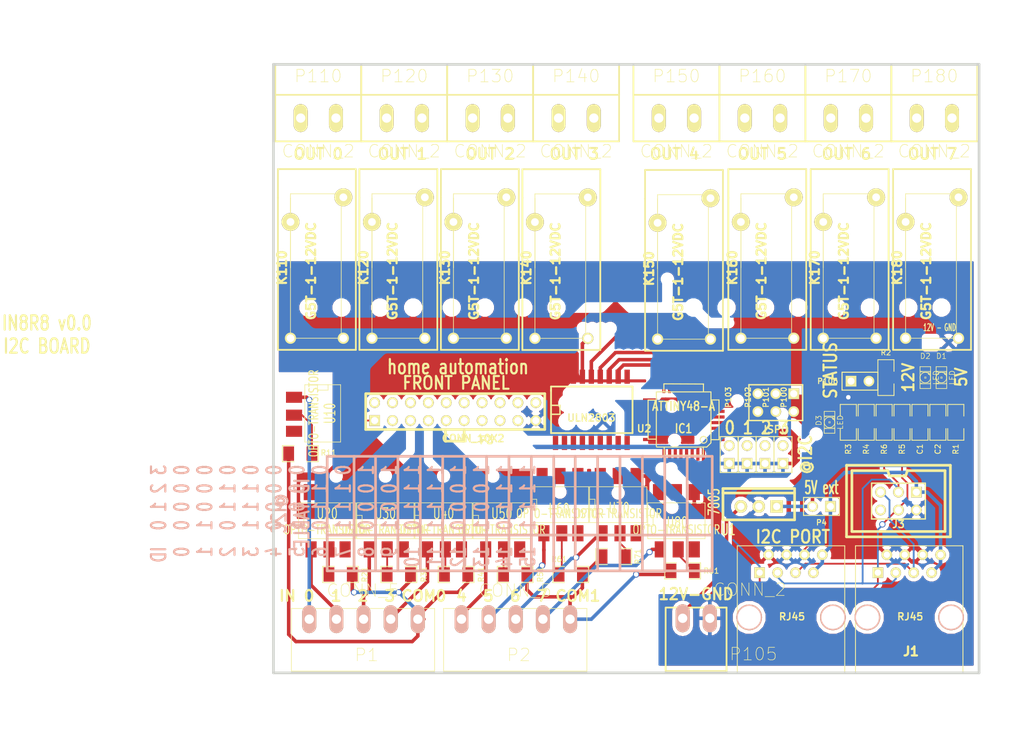
<source format=kicad_pcb>
(kicad_pcb (version 3) (host pcbnew "(2013-mar-13)-testing")
  (title_block (title "4in4out I2C board") (rev 0) (company "XPLDUINO project") (comment 1 "GNU GPL v2") (comment 2 "Domotic Open Source "))
  (layers (15 Dessus signal) (0 Dessous signal) (18 B.Paste user) (19 F.Paste user) (20 B.SilkS user hide) (21 F.SilkS user) (22 B.Mask user) (23 F.Mask user) (28 Edge.Cuts user))
  (net 0 "")
  (net 1 +12V)
  (net 2 +5V)
  (net 3 /230_110_1)
  (net 4 /230_110_2)
  (net 5 /230_120_1)
  (net 6 /230_120_2)
  (net 7 /230_130_1)
  (net 8 /230_130_2)
  (net 9 /230_140_1)
  (net 10 /230_140_2)
  (net 11 /230_150_1)
  (net 12 /230_150_2)
  (net 13 /230_160_1)
  (net 14 /230_160_2)
  (net 15 /230_170_1)
  (net 16 /230_170_2)
  (net 17 /230_180_1)
  (net 18 /230_180_2)
  (net 19 /INT)
  (net 20 5V_EXT)
  (net 21 A0)
  (net 22 A1)
  (net 23 A2)
  (net 24 A3)
  (net 25 CMD0)
  (net 26 CMD1)
  (net 27 CMD2)
  (net 28 CMD3)
  (net 29 CMD4)
  (net 30 CMD5)
  (net 31 CMD6)
  (net 32 CMD7)
  (net 33 COM0)
  (net 34 COM1)
  (net 35 GND)
  (net 36 IN0)
  (net 37 IN1)
  (net 38 IN2)
  (net 39 IN3)
  (net 40 IN4)
  (net 41 IN5)
  (net 42 IN6)
  (net 43 IN7)
  (net 44 LED)
  (net 45 MISO)
  (net 46 MOSI)
  (net 47 N-0000048)
  (net 48 N-0000049)
  (net 49 N-0000050)
  (net 50 N-0000051)
  (net 51 N-0000052)
  (net 52 N-0000053)
  (net 53 N-0000054)
  (net 54 N-0000055)
  (net 55 N-0000056)
  (net 56 N-0000057)
  (net 57 N-0000058)
  (net 58 N-0000059)
  (net 59 N-0000060)
  (net 60 N-0000062)
  (net 61 N-0000063)
  (net 62 N-0000074)
  (net 63 N-0000075)
  (net 64 N-0000076)
  (net 65 N-0000077)
  (net 66 N-0000082)
  (net 67 N-0000083)
  (net 68 N-0000084)
  (net 69 N-0000085)
  (net 70 N-0000086)
  (net 71 N-0000087)
  (net 72 N-0000088)
  (net 73 N-0000089)
  (net 74 N-0000091)
  (net 75 OUT0)
  (net 76 OUT1)
  (net 77 OUT2)
  (net 78 OUT3)
  (net 79 OUT4)
  (net 80 OUT5)
  (net 81 OUT6)
  (net 82 OUT7)
  (net 83 R0)
  (net 84 R1)
  (net 85 R2)
  (net 86 R3)
  (net 87 R4)
  (net 88 R5)
  (net 89 R6)
  (net 90 R7)
  (net 91 RESET)
  (net 92 SCK)
  (net 93 SCL)
  (net 94 SDA)
  (module SOIC18 (layer Dessus) (at 226.695 120.142)
    (fp_text reference U2 (at 7.493 2.667) (layer F.SilkS) (effects (font (size 1.016 1.016) (thickness 0.2032))))
    (fp_text value ULN2803 (at 0 1.143) (layer F.SilkS) (effects (font (size 1.016 1.016) (thickness 0.2032))))
    (pad 1 smd rect (at -5.08 4.7) (size 0.762 2) (layers Dessus F.Paste F.Mask) (net 75 OUT0))
    (pad 2 smd rect (at -3.81 4.699) (size 0.762 2) (layers Dessus F.Paste F.Mask) (net 76 OUT1))
    (pad 3 smd rect (at -2.54 4.699) (size 0.762 2) (layers Dessus F.Paste F.Mask) (net 77 OUT2))
    (pad 4 smd rect (at -1.27 4.699) (size 0.762 2) (layers Dessus F.Paste F.Mask) (net 78 OUT3))
    (pad 5 smd rect (at 0 4.699) (size 0.762 2) (layers Dessus F.Paste F.Mask) (net 79 OUT4))
    (pad 6 smd rect (at 1.27 4.699) (size 0.762 2) (layers Dessus F.Paste F.Mask) (net 80 OUT5))
    (pad 7 smd rect (at 2.54 4.699) (size 0.762 2) (layers Dessus F.Paste F.Mask) (net 81 OUT6))
    (pad 8 smd rect (at 3.81 4.699) (size 0.762 2) (layers Dessus F.Paste F.Mask) (net 82 OUT7))
    (pad 9 smd rect (at 5.08 4.699) (size 0.762 2) (layers Dessus F.Paste F.Mask) (net 35 GND))
    (pad 10 smd rect (at 5.08 -4.699) (size 0.762 2) (layers Dessus F.Paste F.Mask) (net 1 +12V))
    (pad 11 smd rect (at 3.81 -4.699) (size 0.762 2) (layers Dessus F.Paste F.Mask) (net 90 R7))
    (pad 12 smd rect (at 2.54 -4.699) (size 0.762 2) (layers Dessus F.Paste F.Mask) (net 89 R6))
    (pad 18 smd rect (at -5.08 -4.7) (size 0.762 2) (layers Dessus F.Paste F.Mask) (net 83 R0))
    (pad 17 smd rect (at -3.81 -4.699) (size 0.762 2) (layers Dessus F.Paste F.Mask) (net 84 R1))
    (pad 16 smd rect (at -2.54 -4.699) (size 0.762 2) (layers Dessus F.Paste F.Mask) (net 85 R2))
    (pad 15 smd rect (at -1.27 -4.699) (size 0.762 2) (layers Dessus F.Paste F.Mask) (net 86 R3))
    (pad 14 smd rect (at 0 -4.699) (size 0.762 2) (layers Dessus F.Paste F.Mask) (net 87 R4))
    (pad 13 smd rect (at 1.27 -4.699) (size 0.762 2) (layers Dessus F.Paste F.Mask) (net 88 R5))
  )
  (module pin_array_10x2 (layer Dessus) (at 209.931 120.396)
    (fp_text reference P3 (at 1.905 4.064) (layer F.SilkS) (effects (font (size 1.016 1.016) (thickness 0.27432))))
    (fp_text value CONN_10X2 (at 0 3.81) (layer F.SilkS) (effects (font (size 1.016 1.016) (thickness 0.2032))))
    (pad 1 thru_hole rect (at -13.97 1.27) (size 1.524 1.524) (drill 1.016) (layers *.Cu *.Mask F.SilkS) (net 25 CMD0))
    (pad 2 thru_hole circle (at -13.97 -1.27) (size 1.524 1.524) (drill 1.016) (layers *.Cu *.Mask F.SilkS) (net 75 OUT0))
    (pad 3 thru_hole circle (at -11.43 1.27) (size 1.524 1.524) (drill 1.016) (layers *.Cu *.Mask F.SilkS) (net 26 CMD1))
    (pad 4 thru_hole circle (at -11.43 -1.27) (size 1.524 1.524) (drill 1.016) (layers *.Cu *.Mask F.SilkS) (net 76 OUT1))
    (pad 5 thru_hole circle (at -8.89 1.27) (size 1.524 1.524) (drill 1.016) (layers *.Cu *.Mask F.SilkS) (net 27 CMD2))
    (pad 6 thru_hole circle (at -8.89 -1.27) (size 1.524 1.524) (drill 1.016) (layers *.Cu *.Mask F.SilkS) (net 77 OUT2))
    (pad 7 thru_hole circle (at -6.35 1.27) (size 1.524 1.524) (drill 1.016) (layers *.Cu *.Mask F.SilkS) (net 28 CMD3))
    (pad 8 thru_hole circle (at -6.35 -1.27) (size 1.524 1.524) (drill 1.016) (layers *.Cu *.Mask F.SilkS) (net 78 OUT3))
    (pad 9 thru_hole circle (at -3.81 1.27) (size 1.524 1.524) (drill 1.016) (layers *.Cu *.Mask F.SilkS) (net 29 CMD4))
    (pad 10 thru_hole circle (at -3.81 -1.27) (size 1.524 1.524) (drill 1.016) (layers *.Cu *.Mask F.SilkS) (net 79 OUT4))
    (pad 11 thru_hole circle (at -1.27 1.27) (size 1.524 1.524) (drill 1.016) (layers *.Cu *.Mask F.SilkS) (net 30 CMD5))
    (pad 12 thru_hole circle (at -1.27 -1.27) (size 1.524 1.524) (drill 1.016) (layers *.Cu *.Mask F.SilkS) (net 80 OUT5))
    (pad 13 thru_hole circle (at 1.27 1.27) (size 1.524 1.524) (drill 1.016) (layers *.Cu *.Mask F.SilkS) (net 31 CMD6))
    (pad 14 thru_hole circle (at 1.27 -1.27) (size 1.524 1.524) (drill 1.016) (layers *.Cu *.Mask F.SilkS) (net 81 OUT6))
    (pad 15 thru_hole circle (at 3.81 1.27) (size 1.524 1.524) (drill 1.016) (layers *.Cu *.Mask F.SilkS) (net 32 CMD7))
    (pad 16 thru_hole circle (at 3.81 -1.27) (size 1.524 1.524) (drill 1.016) (layers *.Cu *.Mask F.SilkS) (net 82 OUT7))
    (pad 17 thru_hole circle (at 6.35 1.27) (size 1.524 1.524) (drill 1.016) (layers *.Cu *.Mask F.SilkS) (net 91 RESET))
    (pad 18 thru_hole circle (at 6.35 -1.27) (size 1.524 1.524) (drill 1.016) (layers *.Cu *.Mask F.SilkS) (net 44 LED))
    (pad 19 thru_hole circle (at 8.89 1.27) (size 1.524 1.524) (drill 1.016) (layers *.Cu *.Mask F.SilkS) (net 35 GND))
    (pad 20 thru_hole circle (at 8.89 -1.27) (size 1.524 1.524) (drill 1.016) (layers *.Cu *.Mask F.SilkS) (net 2 +5V))
  )
  (module PIN_ARRAY_2X1 (layer Dessus) (at 259.334 133.858 180)
    (fp_text reference P4 (at 0 -2.286 180) (layer F.SilkS) (effects (font (size 0.762 0.762) (thickness 0.1524))))
    (fp_text value CONN_2 hide)
    (pad 1 thru_hole rect (at -1.27 0 180) (size 1.524 1.524) (drill 1.016) (layers *.Cu *.Mask F.SilkS) (net 20 5V_EXT))
    (pad 2 thru_hole circle (at 1.27 0 180) (size 1.524 1.524) (drill 1.016) (layers *.Cu *.Mask F.SilkS) (net 2 +5V))
  )
  (module TQFP32 (layer Dessus) (at 239.776 121.539 180)
    (fp_text reference IC1 (at 0 -1.27 180) (layer F.SilkS) (effects (font (size 1.27 1.016) (thickness 0.2032))))
    (fp_text value ATTINY48-A (at 0 1.905 180) (layer F.SilkS) (effects (font (size 1.27 1.016) (thickness 0.2032))))
    (pad 8 smd rect (at -4.81584 2.77622 180) (size 1.99898 0.44958) (layers Dessus F.Paste F.Mask) (net 80 OUT5))
    (pad 7 smd rect (at -4.81584 1.97612 180) (size 1.99898 0.44958) (layers Dessus F.Paste F.Mask) (net 79 OUT4))
    (pad 6 smd rect (at -4.81584 1.17602 180) (size 1.99898 0.44958) (layers Dessus F.Paste F.Mask) (net 24 A3))
    (pad 5 smd rect (at -4.81584 0.37592 180) (size 1.99898 0.44958) (layers Dessus F.Paste F.Mask) (net 35 GND))
    (pad 4 smd rect (at -4.81584 -0.42418 180) (size 1.99898 0.44958) (layers Dessus F.Paste F.Mask) (net 2 +5V))
    (pad 3 smd rect (at -4.81584 -1.22428 180) (size 1.99898 0.44958) (layers Dessus F.Paste F.Mask) (net 23 A2))
    (pad 2 smd rect (at -4.81584 -2.02438 180) (size 1.99898 0.44958) (layers Dessus F.Paste F.Mask) (net 22 A1))
    (pad 1 smd rect (at -4.81584 -2.82448 180) (size 1.99898 0.44958) (layers Dessus F.Paste F.Mask) (net 21 A0))
    (pad 24 smd rect (at 4.7498 -2.8194 180) (size 1.99898 0.44958) (layers Dessus F.Paste F.Mask) (net 28 CMD3))
    (pad 17 smd rect (at 4.7498 2.794 180) (size 1.99898 0.44958) (layers Dessus F.Paste F.Mask) (net 92 SCK))
    (pad 18 smd rect (at 4.7498 1.9812 180) (size 1.99898 0.44958) (layers Dessus F.Paste F.Mask) (net 2 +5V))
    (pad 19 smd rect (at 4.7498 1.1684 180) (size 1.99898 0.44958) (layers Dessus F.Paste F.Mask) (net 32 CMD7))
    (pad 20 smd rect (at 4.7498 0.381 180) (size 1.99898 0.44958) (layers Dessus F.Paste F.Mask) (net 31 CMD6))
    (pad 21 smd rect (at 4.7498 -0.4318 180) (size 1.99898 0.44958) (layers Dessus F.Paste F.Mask) (net 35 GND))
    (pad 22 smd rect (at 4.7498 -1.2192 180) (size 1.99898 0.44958) (layers Dessus F.Paste F.Mask) (net 30 CMD5))
    (pad 23 smd rect (at 4.7498 -2.032 180) (size 1.99898 0.44958) (layers Dessus F.Paste F.Mask) (net 29 CMD4))
    (pad 32 smd rect (at -2.82448 -4.826 180) (size 0.44958 1.99898) (layers Dessus F.Paste F.Mask) (net 44 LED))
    (pad 31 smd rect (at -2.02692 -4.826 180) (size 0.44958 1.99898) (layers Dessus F.Paste F.Mask) (net 19 /INT))
    (pad 30 smd rect (at -1.22428 -4.826 180) (size 0.44958 1.99898) (layers Dessus F.Paste F.Mask) (net 25 CMD0))
    (pad 29 smd rect (at -0.42672 -4.826 180) (size 0.44958 1.99898) (layers Dessus F.Paste F.Mask) (net 91 RESET))
    (pad 28 smd rect (at 0.37592 -4.826 180) (size 0.44958 1.99898) (layers Dessus F.Paste F.Mask) (net 93 SCL))
    (pad 27 smd rect (at 1.17348 -4.826 180) (size 0.44958 1.99898) (layers Dessus F.Paste F.Mask) (net 94 SDA))
    (pad 26 smd rect (at 1.97612 -4.826 180) (size 0.44958 1.99898) (layers Dessus F.Paste F.Mask) (net 26 CMD1))
    (pad 25 smd rect (at 2.77368 -4.826 180) (size 0.44958 1.99898) (layers Dessus F.Paste F.Mask) (net 27 CMD2))
    (pad 9 smd rect (at -2.8194 4.7752 180) (size 0.44958 1.99898) (layers Dessus F.Paste F.Mask) (net 81 OUT6))
    (pad 10 smd rect (at -2.032 4.7752 180) (size 0.44958 1.99898) (layers Dessus F.Paste F.Mask) (net 82 OUT7))
    (pad 11 smd rect (at -1.2192 4.7752 180) (size 0.44958 1.99898) (layers Dessus F.Paste F.Mask) (net 78 OUT3))
    (pad 12 smd rect (at -0.4318 4.7752 180) (size 0.44958 1.99898) (layers Dessus F.Paste F.Mask) (net 77 OUT2))
    (pad 13 smd rect (at 0.3556 4.7752 180) (size 0.44958 1.99898) (layers Dessus F.Paste F.Mask) (net 76 OUT1))
    (pad 14 smd rect (at 1.1684 4.7752 180) (size 0.44958 1.99898) (layers Dessus F.Paste F.Mask) (net 75 OUT0))
    (pad 15 smd rect (at 1.9812 4.7752 180) (size 0.44958 1.99898) (layers Dessus F.Paste F.Mask) (net 46 MOSI))
    (pad 16 smd rect (at 2.794 4.7752 180) (size 0.44958 1.99898) (layers Dessus F.Paste F.Mask) (net 45 MISO))
  )
  (module CMS-6 (layer Dessus) (at 230.505 133.604)
    (fp_text reference U70 (at 0.127 0.508) (layer F.SilkS) (effects (font (size 1.524 1.016) (thickness 0.1524))))
    (fp_text value OPTO-TRANSISTOR (at 0 1.27) (layer F.SilkS) (effects (font (size 1.27 0.889) (thickness 0.1524))))
    (pad 1 smd rect (at -2.286 4.064) (size 1.5748 2.286) (layers Dessus F.Paste F.Mask) (net 42 IN6))
    (pad 2 smd rect (at 0.254 4.064) (size 1.5748 2.286) (layers Dessus F.Paste F.Mask) (net 48 N-0000049))
    (pad 3 smd rect (at 2.54 4.064) (size 1.5748 2.286) (layers Dessus F.Paste F.Mask) (net 49 N-0000050))
    (pad 4 smd rect (at 2.54 -4.064) (size 1.5748 2.286) (layers Dessus F.Paste F.Mask) (net 35 GND))
    (pad 5 smd rect (at 0 -4.064) (size 1.5748 2.286) (layers Dessus F.Paste F.Mask) (net 31 CMD6))
    (pad 6 smd rect (at -2.54 -4.064) (size 1.5748 2.286) (layers Dessus F.Paste F.Mask) (net 50 N-0000051))
  )
  (module CMS-6 (layer Dessus) (at 238.76 135.89)
    (fp_text reference U80 (at 0.127 0.254) (layer F.SilkS) (effects (font (size 1.524 1.016) (thickness 0.1524))))
    (fp_text value OPTO-TRANSISTOR (at 0 1.27) (layer F.SilkS) (effects (font (size 1.27 0.889) (thickness 0.1524))))
    (pad 1 smd rect (at -2.286 4.064) (size 1.5748 2.286) (layers Dessus F.Paste F.Mask) (net 43 IN7))
    (pad 2 smd rect (at 0.254 4.064) (size 1.5748 2.286) (layers Dessus F.Paste F.Mask) (net 51 N-0000052))
    (pad 3 smd rect (at 2.54 4.064) (size 1.5748 2.286) (layers Dessus F.Paste F.Mask) (net 52 N-0000053))
    (pad 4 smd rect (at 2.54 -4.064) (size 1.5748 2.286) (layers Dessus F.Paste F.Mask) (net 35 GND))
    (pad 5 smd rect (at 0 -4.064) (size 1.5748 2.286) (layers Dessus F.Paste F.Mask) (net 32 CMD7))
    (pad 6 smd rect (at -2.54 -4.064) (size 1.5748 2.286) (layers Dessus F.Paste F.Mask) (net 53 N-0000054))
  )
  (module CMS-6 (layer Dessus) (at 222.25 133.604)
    (fp_text reference U60 (at -0.127 0.635) (layer F.SilkS) (effects (font (size 1.524 1.016) (thickness 0.1524))))
    (fp_text value OPTO-TRANSISTOR (at 0 1.27) (layer F.SilkS) (effects (font (size 1.27 0.889) (thickness 0.1524))))
    (pad 1 smd rect (at -2.286 4.064) (size 1.5748 2.286) (layers Dessus F.Paste F.Mask) (net 41 IN5))
    (pad 2 smd rect (at 0.254 4.064) (size 1.5748 2.286) (layers Dessus F.Paste F.Mask) (net 60 N-0000062))
    (pad 3 smd rect (at 2.54 4.064) (size 1.5748 2.286) (layers Dessus F.Paste F.Mask) (net 61 N-0000063))
    (pad 4 smd rect (at 2.54 -4.064) (size 1.5748 2.286) (layers Dessus F.Paste F.Mask) (net 35 GND))
    (pad 5 smd rect (at 0 -4.064) (size 1.5748 2.286) (layers Dessus F.Paste F.Mask) (net 30 CMD5))
    (pad 6 smd rect (at -2.54 -4.064) (size 1.5748 2.286) (layers Dessus F.Paste F.Mask) (net 47 N-0000048))
  )
  (module CMS-6 (layer Dessus) (at 213.995 135.89)
    (fp_text reference U50 (at 0 -1.016) (layer F.SilkS) (effects (font (size 1.524 1.016) (thickness 0.1524))))
    (fp_text value OPTO-TRANSISTOR (at 0 1.27) (layer F.SilkS) (effects (font (size 1.27 0.889) (thickness 0.1524))))
    (pad 1 smd rect (at -2.286 4.064) (size 1.5748 2.286) (layers Dessus F.Paste F.Mask) (net 40 IN4))
    (pad 2 smd rect (at 0.254 4.064) (size 1.5748 2.286) (layers Dessus F.Paste F.Mask) (net 54 N-0000055))
    (pad 3 smd rect (at 2.54 4.064) (size 1.5748 2.286) (layers Dessus F.Paste F.Mask) (net 58 N-0000059))
    (pad 4 smd rect (at 2.54 -4.064) (size 1.5748 2.286) (layers Dessus F.Paste F.Mask) (net 35 GND))
    (pad 5 smd rect (at 0 -4.064) (size 1.5748 2.286) (layers Dessus F.Paste F.Mask) (net 29 CMD4))
    (pad 6 smd rect (at -2.54 -4.064) (size 1.5748 2.286) (layers Dessus F.Paste F.Mask) (net 59 N-0000060))
  )
  (module CMS-6 (layer Dessus) (at 205.74 135.89)
    (fp_text reference U40 (at 0 -1.016) (layer F.SilkS) (effects (font (size 1.524 1.016) (thickness 0.1524))))
    (fp_text value OPTO-TRANSISTOR (at 0 1.27) (layer F.SilkS) (effects (font (size 1.27 0.889) (thickness 0.1524))))
    (pad 1 smd rect (at -2.286 4.064) (size 1.5748 2.286) (layers Dessus F.Paste F.Mask) (net 39 IN3))
    (pad 2 smd rect (at 0.254 4.064) (size 1.5748 2.286) (layers Dessus F.Paste F.Mask) (net 55 N-0000056))
    (pad 3 smd rect (at 2.54 4.064) (size 1.5748 2.286) (layers Dessus F.Paste F.Mask) (net 56 N-0000057))
    (pad 4 smd rect (at 2.54 -4.064) (size 1.5748 2.286) (layers Dessus F.Paste F.Mask) (net 35 GND))
    (pad 5 smd rect (at 0 -4.064) (size 1.5748 2.286) (layers Dessus F.Paste F.Mask) (net 28 CMD3))
    (pad 6 smd rect (at -2.54 -4.064) (size 1.5748 2.286) (layers Dessus F.Paste F.Mask) (net 57 N-0000058))
  )
  (module CMS-6 (layer Dessus) (at 197.485 135.89)
    (fp_text reference U30 (at 0 -1.016) (layer F.SilkS) (effects (font (size 1.524 1.016) (thickness 0.1524))))
    (fp_text value OPTO-TRANSISTOR (at 0 1.27) (layer F.SilkS) (effects (font (size 1.27 0.889) (thickness 0.1524))))
    (pad 1 smd rect (at -2.286 4.064) (size 1.5748 2.286) (layers Dessus F.Paste F.Mask) (net 38 IN2))
    (pad 2 smd rect (at 0.254 4.064) (size 1.5748 2.286) (layers Dessus F.Paste F.Mask) (net 69 N-0000085))
    (pad 3 smd rect (at 2.54 4.064) (size 1.5748 2.286) (layers Dessus F.Paste F.Mask) (net 70 N-0000086))
    (pad 4 smd rect (at 2.54 -4.064) (size 1.5748 2.286) (layers Dessus F.Paste F.Mask) (net 35 GND))
    (pad 5 smd rect (at 0 -4.064) (size 1.5748 2.286) (layers Dessus F.Paste F.Mask) (net 27 CMD2))
    (pad 6 smd rect (at -2.54 -4.064) (size 1.5748 2.286) (layers Dessus F.Paste F.Mask) (net 71 N-0000087))
  )
  (module CMS-6 (layer Dessus) (at 189.23 135.89)
    (fp_text reference U20 (at 0 -1.016) (layer F.SilkS) (effects (font (size 1.524 1.016) (thickness 0.1524))))
    (fp_text value OPTO-TRANSISTOR (at 0 1.27) (layer F.SilkS) (effects (font (size 1.27 0.889) (thickness 0.1524))))
    (pad 1 smd rect (at -2.286 4.064) (size 1.5748 2.286) (layers Dessus F.Paste F.Mask) (net 37 IN1))
    (pad 2 smd rect (at 0.254 4.064) (size 1.5748 2.286) (layers Dessus F.Paste F.Mask) (net 66 N-0000082))
    (pad 3 smd rect (at 2.54 4.064) (size 1.5748 2.286) (layers Dessus F.Paste F.Mask) (net 67 N-0000083))
    (pad 4 smd rect (at 2.54 -4.064) (size 1.5748 2.286) (layers Dessus F.Paste F.Mask) (net 35 GND))
    (pad 5 smd rect (at 0 -4.064) (size 1.5748 2.286) (layers Dessus F.Paste F.Mask) (net 26 CMD1))
    (pad 6 smd rect (at -2.54 -4.064) (size 1.5748 2.286) (layers Dessus F.Paste F.Mask) (net 68 N-0000084))
  )
  (module MOL_CONN_5_MINI (layer Dessus) (at 208.28 149.86)
    (fp_text reference P2 (at 8.128 5.08) (layer F.SilkS) (effects (font (size 1.778 1.778) (thickness 0.0889))))
    (fp_text value CONN_5 (at 7.62 -4.064) (layer F.SilkS) (effects (font (size 1.778 1.778) (thickness 0.0889))))
    (pad 1 thru_hole oval (at 0 0) (size 1.9812 3.9624) (drill 1.320799) (layers *.Cu *.SilkS *.Mask F.Paste) (net 40 IN4))
    (pad 2 thru_hole oval (at 3.85 0) (size 1.9812 3.9624) (drill 1.320799) (layers *.Cu *.SilkS *.Mask F.Paste) (net 41 IN5))
    (pad 3 thru_hole oval (at 7.7 0) (size 1.9812 3.9624) (drill 1.320799) (layers *.Cu *.SilkS *.Mask F.Paste) (net 42 IN6))
    (pad 4 thru_hole oval (at 11.55 0) (size 1.9812 3.9624) (drill 1.320799) (layers *.Cu *.SilkS *.Mask F.Paste) (net 43 IN7))
    (pad 5 thru_hole oval (at 15.4 0) (size 1.9812 3.9624) (drill 1.320799) (layers *.Cu *.SilkS *.Mask F.Paste) (net 34 COM1))
  )
  (module MOL_CONN_5_MINI (layer Dessus) (at 186.69 149.86)
    (fp_text reference P1 (at 8.128 5.08) (layer F.SilkS) (effects (font (size 1.778 1.778) (thickness 0.0889))))
    (fp_text value CONN_5 (at 7.62 -4.064) (layer F.SilkS) (effects (font (size 1.778 1.778) (thickness 0.0889))))
    (pad 1 thru_hole oval (at 0 0) (size 1.9812 3.9624) (drill 1.320799) (layers *.Cu *.SilkS *.Mask F.Paste) (net 36 IN0))
    (pad 2 thru_hole oval (at 3.85 0) (size 1.9812 3.9624) (drill 1.320799) (layers *.Cu *.SilkS *.Mask F.Paste) (net 37 IN1))
    (pad 3 thru_hole oval (at 7.7 0) (size 1.9812 3.9624) (drill 1.320799) (layers *.Cu *.SilkS *.Mask F.Paste) (net 38 IN2))
    (pad 4 thru_hole oval (at 11.55 0) (size 1.9812 3.9624) (drill 1.320799) (layers *.Cu *.SilkS *.Mask F.Paste) (net 39 IN3))
    (pad 5 thru_hole oval (at 15.4 0) (size 1.9812 3.9624) (drill 1.320799) (layers *.Cu *.SilkS *.Mask F.Paste) (net 33 COM0))
  )
  (module HE10-6 (layer Dessus) (at 270.256 133.096 180)
    (fp_text reference J3 (at 0 -3.302 180) (layer F.SilkS) (effects (font (size 1.016 1.016) (thickness 0.2032))))
    (fp_text value CONN_6 hide)
    (pad 1 thru_hole rect (at -2.54 1.27 180) (size 1.524 1.524) (drill 1.016) (layers *.Cu *.Mask F.SilkS) (net 20 5V_EXT))
    (pad 2 thru_hole circle (at -2.54 -1.27 180) (size 1.524 1.524) (drill 1.016) (layers *.Cu *.Mask F.SilkS) (net 35 GND))
    (pad 3 thru_hole circle (at 0 1.27 180) (size 1.524 1.524) (drill 1.016) (layers *.Cu *.Mask F.SilkS) (net 93 SCL))
    (pad 4 thru_hole circle (at 0 -1.27 180) (size 1.524 1.524) (drill 1.016) (layers *.Cu *.Mask F.SilkS) (net 94 SDA))
    (pad 5 thru_hole circle (at 2.54 1.27 180) (size 1.524 1.524) (drill 1.016) (layers *.Cu *.Mask F.SilkS) (net 19 /INT))
    (pad 6 thru_hole circle (at 2.54 -1.27 180) (size 1.524 1.524) (drill 1.016) (layers *.Cu *.Mask F.SilkS) (net 74 N-0000091))
  )
  (module LED-1206 (layer Dessus) (at 276.352 115.57 90)
    (fp_text reference D1 (at 3.048 0 180) (layer F.SilkS) (effects (font (size 0.762 0.762) (thickness 0.0889))))
    (fp_text value LED (at 0 1.524 90) (layer F.SilkS) (effects (font (size 0.762 0.762) (thickness 0.0889))))
    (pad 1 smd rect (at -1.41986 0 90) (size 1.59766 1.80086) (layers Dessus F.Paste F.Mask) (net 73 N-0000089))
    (pad 2 smd rect (at 1.41986 0 90) (size 1.59766 1.80086) (layers Dessus F.Paste F.Mask) (net 35 GND))
  )
  (module LED-1206 (layer Dessus) (at 274.066 115.57 90)
    (fp_text reference D2 (at 3.048 0 180) (layer F.SilkS) (effects (font (size 0.762 0.762) (thickness 0.0889))))
    (fp_text value LED (at 0 1.524 90) (layer F.SilkS) (effects (font (size 0.762 0.762) (thickness 0.0889))))
    (pad 1 smd rect (at -1.41986 0 90) (size 1.59766 1.80086) (layers Dessus F.Paste F.Mask) (net 72 N-0000088))
    (pad 2 smd rect (at 1.41986 0 90) (size 1.59766 1.80086) (layers Dessus F.Paste F.Mask) (net 35 GND))
  )
  (module LED-1206 (layer Dessus) (at 260.477 121.92 90)
    (fp_text reference D3 (at 0.254 -1.524 90) (layer F.SilkS) (effects (font (size 0.762 0.762) (thickness 0.0889))))
    (fp_text value LED (at 0 1.524 90) (layer F.SilkS) (effects (font (size 0.762 0.762) (thickness 0.0889))))
    (pad 1 smd rect (at -1.41986 0 90) (size 1.59766 1.80086) (layers Dessus F.Paste F.Mask) (net 44 LED))
    (pad 2 smd rect (at 1.41986 0 90) (size 1.59766 1.80086) (layers Dessus F.Paste F.Mask) (net 62 N-0000074))
  )
  (module MOL_CONN_2_VH (layer Dessus) (at 224.536 78.74 180)
    (fp_text reference P140 (at 0 5.969 180) (layer F.SilkS) (effects (font (size 1.778 1.778) (thickness 0.0889))))
    (fp_text value CONN_2 (at 0 -4.699 180) (layer F.SilkS) (effects (font (size 1.778 1.778) (thickness 0.0889))))
    (pad 1 thru_hole oval (at -2.5146 0 180) (size 1.9812 3.9624) (drill 1.320799) (layers *.Cu *.Mask F.Paste F.SilkS) (net 9 /230_140_1))
    (pad 2 thru_hole oval (at 2.4892 0 180) (size 1.9812 3.9624) (drill 1.320799) (layers *.Cu *.Mask F.Paste F.SilkS) (net 10 /230_140_2))
  )
  (module MOL_CONN_2_VH (layer Dessus) (at 212.344 78.74 180)
    (fp_text reference P130 (at 0 5.969 180) (layer F.SilkS) (effects (font (size 1.778 1.778) (thickness 0.0889))))
    (fp_text value CONN_2 (at 0 -4.699 180) (layer F.SilkS) (effects (font (size 1.778 1.778) (thickness 0.0889))))
    (pad 1 thru_hole oval (at -2.5146 0 180) (size 1.9812 3.9624) (drill 1.320799) (layers *.Cu *.Mask F.Paste F.SilkS) (net 7 /230_130_1))
    (pad 2 thru_hole oval (at 2.4892 0 180) (size 1.9812 3.9624) (drill 1.320799) (layers *.Cu *.Mask F.Paste F.SilkS) (net 8 /230_130_2))
  )
  (module MOL_CONN_2_VH (layer Dessus) (at 200.152 78.74 180)
    (fp_text reference P120 (at 0 5.969 180) (layer F.SilkS) (effects (font (size 1.778 1.778) (thickness 0.0889))))
    (fp_text value CONN_2 (at 0 -4.699 180) (layer F.SilkS) (effects (font (size 1.778 1.778) (thickness 0.0889))))
    (pad 1 thru_hole oval (at -2.5146 0 180) (size 1.9812 3.9624) (drill 1.320799) (layers *.Cu *.Mask F.Paste F.SilkS) (net 5 /230_120_1))
    (pad 2 thru_hole oval (at 2.4892 0 180) (size 1.9812 3.9624) (drill 1.320799) (layers *.Cu *.Mask F.Paste F.SilkS) (net 6 /230_120_2))
  )
  (module MOL_CONN_2_VH (layer Dessus) (at 238.76 78.74 180)
    (fp_text reference P150 (at 0 5.969 180) (layer F.SilkS) (effects (font (size 1.778 1.778) (thickness 0.0889))))
    (fp_text value CONN_2 (at 0 -4.699 180) (layer F.SilkS) (effects (font (size 1.778 1.778) (thickness 0.0889))))
    (pad 1 thru_hole oval (at -2.5146 0 180) (size 1.9812 3.9624) (drill 1.320799) (layers *.Cu *.Mask F.Paste F.SilkS) (net 11 /230_150_1))
    (pad 2 thru_hole oval (at 2.4892 0 180) (size 1.9812 3.9624) (drill 1.320799) (layers *.Cu *.Mask F.Paste F.SilkS) (net 12 /230_150_2))
  )
  (module MOL_CONN_2_VH (layer Dessus) (at 187.96 78.74 180)
    (fp_text reference P110 (at 0 5.969 180) (layer F.SilkS) (effects (font (size 1.778 1.778) (thickness 0.0889))))
    (fp_text value CONN_2 (at 0 -4.699 180) (layer F.SilkS) (effects (font (size 1.778 1.778) (thickness 0.0889))))
    (pad 1 thru_hole oval (at -2.5146 0 180) (size 1.9812 3.9624) (drill 1.320799) (layers *.Cu *.Mask F.Paste F.SilkS) (net 3 /230_110_1))
    (pad 2 thru_hole oval (at 2.4892 0 180) (size 1.9812 3.9624) (drill 1.320799) (layers *.Cu *.Mask F.Paste F.SilkS) (net 4 /230_110_2))
  )
  (module MOL_CONN_2_VH (layer Dessus) (at 250.952 78.74 180)
    (fp_text reference P160 (at 0 5.969 180) (layer F.SilkS) (effects (font (size 1.778 1.778) (thickness 0.0889))))
    (fp_text value CONN_2 (at 0 -4.699 180) (layer F.SilkS) (effects (font (size 1.778 1.778) (thickness 0.0889))))
    (pad 1 thru_hole oval (at -2.5146 0 180) (size 1.9812 3.9624) (drill 1.320799) (layers *.Cu *.Mask F.Paste F.SilkS) (net 13 /230_160_1))
    (pad 2 thru_hole oval (at 2.4892 0 180) (size 1.9812 3.9624) (drill 1.320799) (layers *.Cu *.Mask F.Paste F.SilkS) (net 14 /230_160_2))
  )
  (module MOL_CONN_2_VH (layer Dessus) (at 275.336 78.74 180)
    (fp_text reference P180 (at 0 5.969 180) (layer F.SilkS) (effects (font (size 1.778 1.778) (thickness 0.0889))))
    (fp_text value CONN_2 (at 0 -4.699 180) (layer F.SilkS) (effects (font (size 1.778 1.778) (thickness 0.0889))))
    (pad 1 thru_hole oval (at -2.5146 0 180) (size 1.9812 3.9624) (drill 1.320799) (layers *.Cu *.Mask F.Paste F.SilkS) (net 17 /230_180_1))
    (pad 2 thru_hole oval (at 2.4892 0 180) (size 1.9812 3.9624) (drill 1.320799) (layers *.Cu *.Mask F.Paste F.SilkS) (net 18 /230_180_2))
  )
  (module MOL_CONN_2_VH (layer Dessus) (at 263.144 78.74 180)
    (fp_text reference P170 (at 0 5.969 180) (layer F.SilkS) (effects (font (size 1.778 1.778) (thickness 0.0889))))
    (fp_text value CONN_2 (at 0 -4.699 180) (layer F.SilkS) (effects (font (size 1.778 1.778) (thickness 0.0889))))
    (pad 1 thru_hole oval (at -2.5146 0 180) (size 1.9812 3.9624) (drill 1.320799) (layers *.Cu *.Mask F.Paste F.SilkS) (net 15 /230_170_1))
    (pad 2 thru_hole oval (at 2.4892 0 180) (size 1.9812 3.9624) (drill 1.320799) (layers *.Cu *.Mask F.Paste F.SilkS) (net 16 /230_170_2))
  )
  (module PIN_ARRAY_2X1 (layer Dessus) (at 253.873 126.492 90)
    (fp_text reference P100 (at 8.128 0.127 90) (layer F.SilkS) (effects (font (size 0.762 0.762) (thickness 0.1524))))
    (fp_text value CONN_2 hide)
    (pad 1 thru_hole rect (at -1.27 0 90) (size 1.524 1.524) (drill 1.016) (layers *.Cu *.Mask F.SilkS) (net 35 GND))
    (pad 2 thru_hole circle (at 1.27 0 90) (size 1.524 1.524) (drill 1.016) (layers *.Cu *.Mask F.SilkS) (net 24 A3))
  )
  (module PIN_ARRAY_2X1 (layer Dessus) (at 251.333 126.492 90)
    (fp_text reference P101 (at 8.128 0.127 90) (layer F.SilkS) (effects (font (size 0.762 0.762) (thickness 0.1524))))
    (fp_text value CONN_2 hide)
    (pad 1 thru_hole rect (at -1.27 0 90) (size 1.524 1.524) (drill 1.016) (layers *.Cu *.Mask F.SilkS) (net 35 GND))
    (pad 2 thru_hole circle (at 1.27 0 90) (size 1.524 1.524) (drill 1.016) (layers *.Cu *.Mask F.SilkS) (net 23 A2))
  )
  (module PIN_ARRAY_2X1 (layer Dessus) (at 246.253 126.492 90)
    (fp_text reference P103 (at 8.128 -0.127 90) (layer F.SilkS) (effects (font (size 0.762 0.762) (thickness 0.1524))))
    (fp_text value CONN_2 hide)
    (pad 1 thru_hole rect (at -1.27 0 90) (size 1.524 1.524) (drill 1.016) (layers *.Cu *.Mask F.SilkS) (net 35 GND))
    (pad 2 thru_hole circle (at 1.27 0 90) (size 1.524 1.524) (drill 1.016) (layers *.Cu *.Mask F.SilkS) (net 21 A0))
  )
  (module PIN_ARRAY_2X1 (layer Dessus) (at 264.795 116.078)
    (fp_text reference P106 (at -4.572 0) (layer F.SilkS) (effects (font (size 0.762 0.762) (thickness 0.1524))))
    (fp_text value CONN_2 hide)
    (pad 1 thru_hole rect (at -1.27 0) (size 1.524 1.524) (drill 1.016) (layers *.Cu *.Mask F.SilkS) (net 1 +12V))
    (pad 2 thru_hole circle (at 1.27 0) (size 1.524 1.524) (drill 1.016) (layers *.Cu *.Mask F.SilkS) (net 35 GND))
  )
  (module PIN_ARRAY_2X1 (layer Dessus) (at 248.793 126.492 90)
    (fp_text reference P102 (at 8.128 0.127 90) (layer F.SilkS) (effects (font (size 0.762 0.762) (thickness 0.1524))))
    (fp_text value CONN_2 hide)
    (pad 1 thru_hole rect (at -1.27 0 90) (size 1.524 1.524) (drill 1.016) (layers *.Cu *.Mask F.SilkS) (net 35 GND))
    (pad 2 thru_hole circle (at 1.27 0 90) (size 1.524 1.524) (drill 1.016) (layers *.Cu *.Mask F.SilkS) (net 22 A1))
  )
  (module RJ45_8 (layer Dessus) (at 255.016 149.606)
    (fp_text reference J2 (at 0.254 4.826) (layer F.SilkS) (effects (font (size 0.0004 0.0004) (thickness 0.3048))))
    (fp_text value RJ45 (at 0.14224 -0.1016) (layer F.SilkS) (effects (font (size 1.00076 1.00076) (thickness 0.2032))))
    (pad Hole np_thru_hole circle (at 5.93852 0) (size 3.64998 3.64998) (drill 3.251199) (layers *.Cu *.SilkS *.Mask))
    (pad Hole np_thru_hole circle (at -5.9309 0) (size 3.64998 3.64998) (drill 3.251199) (layers *.Cu *.SilkS *.Mask))
    (pad 1 thru_hole rect (at -4.445 -6.35) (size 1.50114 1.50114) (drill 0.899159) (layers *.Cu *.Mask F.SilkS) (net 94 SDA))
    (pad 2 thru_hole circle (at -3.175 -8.89) (size 1.50114 1.50114) (drill 0.899159) (layers *.Cu *.Mask F.SilkS) (net 35 GND))
    (pad 3 thru_hole circle (at -1.905 -6.35) (size 1.50114 1.50114) (drill 0.899159) (layers *.Cu *.Mask F.SilkS) (net 93 SCL))
    (pad 4 thru_hole circle (at -0.635 -8.89) (size 1.50114 1.50114) (drill 0.899159) (layers *.Cu *.Mask F.SilkS) (net 35 GND))
    (pad 5 thru_hole circle (at 0.635 -6.35) (size 1.50114 1.50114) (drill 0.899159) (layers *.Cu *.Mask F.SilkS) (net 19 /INT))
    (pad 6 thru_hole circle (at 1.905 -8.89) (size 1.50114 1.50114) (drill 0.899159) (layers *.Cu *.Mask F.SilkS) (net 35 GND))
    (pad 7 thru_hole circle (at 3.175 -6.35) (size 1.50114 1.50114) (drill 0.899159) (layers *.Cu *.Mask F.SilkS) (net 20 5V_EXT))
    (pad 8 thru_hole circle (at 4.445 -8.89) (size 1.50114 1.50114) (drill 0.899159) (layers *.Cu *.Mask F.SilkS) (net 20 5V_EXT))
  )
  (module RJ45_8 (layer Dessus) (at 271.78 149.606)
    (fp_text reference J1 (at 0.254 4.826) (layer F.SilkS) (effects (font (size 1.27 1.27) (thickness 0.3175))))
    (fp_text value RJ45 (at 0.14224 -0.1016) (layer F.SilkS) (effects (font (size 1.00076 1.00076) (thickness 0.2032))))
    (pad Hole np_thru_hole circle (at 5.93852 0) (size 3.64998 3.64998) (drill 3.251199) (layers *.Cu *.SilkS *.Mask))
    (pad Hole np_thru_hole circle (at -5.9309 0) (size 3.64998 3.64998) (drill 3.251199) (layers *.Cu *.SilkS *.Mask))
    (pad 1 thru_hole rect (at -4.445 -6.35) (size 1.50114 1.50114) (drill 0.899159) (layers *.Cu *.Mask F.SilkS) (net 94 SDA))
    (pad 2 thru_hole circle (at -3.175 -8.89) (size 1.50114 1.50114) (drill 0.899159) (layers *.Cu *.Mask F.SilkS) (net 35 GND))
    (pad 3 thru_hole circle (at -1.905 -6.35) (size 1.50114 1.50114) (drill 0.899159) (layers *.Cu *.Mask F.SilkS) (net 93 SCL))
    (pad 4 thru_hole circle (at -0.635 -8.89) (size 1.50114 1.50114) (drill 0.899159) (layers *.Cu *.Mask F.SilkS) (net 35 GND))
    (pad 5 thru_hole circle (at 0.635 -6.35) (size 1.50114 1.50114) (drill 0.899159) (layers *.Cu *.Mask F.SilkS) (net 19 /INT))
    (pad 6 thru_hole circle (at 1.905 -8.89) (size 1.50114 1.50114) (drill 0.899159) (layers *.Cu *.Mask F.SilkS) (net 35 GND))
    (pad 7 thru_hole circle (at 3.175 -6.35) (size 1.50114 1.50114) (drill 0.899159) (layers *.Cu *.Mask F.SilkS) (net 20 5V_EXT))
    (pad 8 thru_hole circle (at 4.445 -8.89) (size 1.50114 1.50114) (drill 0.899159) (layers *.Cu *.Mask F.SilkS) (net 20 5V_EXT))
  )
  (module SM1206 (layer Dessus) (at 215.9 143.51)
    (fp_text reference R51 (at 3.556 0 90) (layer F.SilkS) (effects (font (size 0.762 0.762) (thickness 0.127))))
    (fp_text value 2KR hide)
    (pad 1 smd rect (at -1.651 0) (size 1.524 2.032) (layers Dessus F.Paste F.Mask) (net 54 N-0000055))
    (pad 2 smd rect (at 1.651 0) (size 1.524 2.032) (layers Dessus F.Paste F.Mask) (net 34 COM1))
  )
  (module SM1206 (layer Dessus) (at 265.684 121.92 90)
    (fp_text reference R4 (at -3.81 0 90) (layer F.SilkS) (effects (font (size 0.762 0.762) (thickness 0.127))))
    (fp_text value 10KR hide)
    (pad 1 smd rect (at -1.651 0 90) (size 1.524 2.032) (layers Dessus F.Paste F.Mask) (net 2 +5V))
    (pad 2 smd rect (at 1.651 0 90) (size 1.524 2.032) (layers Dessus F.Paste F.Mask) (net 91 RESET))
  )
  (module SM1206 (layer Dessus) (at 263.144 121.92 90)
    (fp_text reference R3 (at -3.81 0 90) (layer F.SilkS) (effects (font (size 0.762 0.762) (thickness 0.127))))
    (fp_text value 2KR hide)
    (pad 1 smd rect (at -1.651 0 90) (size 1.524 2.032) (layers Dessus F.Paste F.Mask) (net 62 N-0000074))
    (pad 2 smd rect (at 1.651 0 90) (size 1.524 2.032) (layers Dessus F.Paste F.Mask) (net 35 GND))
  )
  (module SM1206 (layer Dessus) (at 275.844 121.92 90)
    (fp_text reference C2 (at -3.81 0 90) (layer F.SilkS) (effects (font (size 0.762 0.762) (thickness 0.127))))
    (fp_text value C hide)
    (pad 1 smd rect (at -1.651 0 90) (size 1.524 2.032) (layers Dessus F.Paste F.Mask) (net 2 +5V))
    (pad 2 smd rect (at 1.651 0 90) (size 1.524 2.032) (layers Dessus F.Paste F.Mask) (net 35 GND))
  )
  (module SM1206 (layer Dessus) (at 273.304 121.92 90)
    (fp_text reference C1 (at -3.81 0 90) (layer F.SilkS) (effects (font (size 0.762 0.762) (thickness 0.127))))
    (fp_text value C hide)
    (pad 1 smd rect (at -1.651 0 90) (size 1.524 2.032) (layers Dessus F.Paste F.Mask) (net 2 +5V))
    (pad 2 smd rect (at 1.651 0 90) (size 1.524 2.032) (layers Dessus F.Paste F.Mask) (net 35 GND))
  )
  (module SM1206 (layer Dessus) (at 268.478 115.57 270)
    (fp_text reference R2 (at -3.556 0 360) (layer F.SilkS) (effects (font (size 0.762 0.762) (thickness 0.127))))
    (fp_text value 4.7KR hide)
    (pad 1 smd rect (at -1.651 0 270) (size 1.524 2.032) (layers Dessus F.Paste F.Mask) (net 1 +12V))
    (pad 2 smd rect (at 1.651 0 270) (size 1.524 2.032) (layers Dessus F.Paste F.Mask) (net 72 N-0000088))
  )
  (module SM1206 (layer Dessus) (at 199.39 143.51)
    (fp_text reference R31 (at 3.556 0 90) (layer F.SilkS) (effects (font (size 0.762 0.762) (thickness 0.127))))
    (fp_text value 2KR hide)
    (pad 1 smd rect (at -1.651 0) (size 1.524 2.032) (layers Dessus F.Paste F.Mask) (net 69 N-0000085))
    (pad 2 smd rect (at 1.651 0) (size 1.524 2.032) (layers Dessus F.Paste F.Mask) (net 33 COM0))
  )
  (module SM1206 (layer Dessus) (at 278.384 121.92 90)
    (fp_text reference R1 (at -3.81 0 90) (layer F.SilkS) (effects (font (size 0.762 0.762) (thickness 0.127))))
    (fp_text value 2KR hide)
    (pad 1 smd rect (at -1.651 0 90) (size 1.524 2.032) (layers Dessus F.Paste F.Mask) (net 2 +5V))
    (pad 2 smd rect (at 1.651 0 90) (size 1.524 2.032) (layers Dessus F.Paste F.Mask) (net 73 N-0000089))
  )
  (module SM1206 (layer Dessus) (at 191.135 143.51)
    (fp_text reference R21 (at 3.429 0 90) (layer F.SilkS) (effects (font (size 0.762 0.762) (thickness 0.127))))
    (fp_text value 2KR hide)
    (pad 1 smd rect (at -1.651 0) (size 1.524 2.032) (layers Dessus F.Paste F.Mask) (net 66 N-0000082))
    (pad 2 smd rect (at 1.651 0) (size 1.524 2.032) (layers Dessus F.Paste F.Mask) (net 33 COM0))
  )
  (module SM1206 (layer Dessus) (at 207.518 143.51)
    (fp_text reference R41 (at 3.556 0 90) (layer F.SilkS) (effects (font (size 0.762 0.762) (thickness 0.127))))
    (fp_text value 2KR hide)
    (pad 1 smd rect (at -1.651 0) (size 1.524 2.032) (layers Dessus F.Paste F.Mask) (net 55 N-0000056))
    (pad 2 smd rect (at 1.651 0) (size 1.524 2.032) (layers Dessus F.Paste F.Mask) (net 33 COM0))
  )
  (module SM1206 (layer Dessus) (at 239.649 143.002 180)
    (fp_text reference R81 (at -4.064 0 180) (layer F.SilkS) (effects (font (size 0.762 0.762) (thickness 0.127))))
    (fp_text value 2KR hide)
    (pad 1 smd rect (at -1.651 0 180) (size 1.524 2.032) (layers Dessus F.Paste F.Mask) (net 51 N-0000052))
    (pad 2 smd rect (at 1.651 0 180) (size 1.524 2.032) (layers Dessus F.Paste F.Mask) (net 34 COM1))
  )
  (module SM1206 (layer Dessus) (at 223.774 143.51)
    (fp_text reference R61 (at -1.651 -2.159 180) (layer F.SilkS) (effects (font (size 0.762 0.762) (thickness 0.127))))
    (fp_text value 2KR hide)
    (pad 1 smd rect (at -1.651 0) (size 1.524 2.032) (layers Dessus F.Paste F.Mask) (net 60 N-0000062))
    (pad 2 smd rect (at 1.651 0) (size 1.524 2.032) (layers Dessus F.Paste F.Mask) (net 34 COM1))
  )
  (module SM1206 (layer Dessus) (at 229.87 140.97 180)
    (fp_text reference R71 (at -3.429 0 270) (layer F.SilkS) (effects (font (size 0.762 0.762) (thickness 0.127))))
    (fp_text value 2KR hide)
    (pad 1 smd rect (at -1.651 0 180) (size 1.524 2.032) (layers Dessus F.Paste F.Mask) (net 48 N-0000049))
    (pad 2 smd rect (at 1.651 0 180) (size 1.524 2.032) (layers Dessus F.Paste F.Mask) (net 34 COM1))
  )
  (module pin_array_3x2 (layer Dessus) (at 252.857 119.126 180)
    (fp_text reference ISP0 (at 0 -3.81 180) (layer F.SilkS) (effects (font (size 1.016 1.016) (thickness 0.2032))))
    (fp_text value CONN_3X2 hide)
    (pad 1 thru_hole rect (at -2.54 1.27 180) (size 1.524 1.524) (drill 1.016) (layers *.Cu *.Mask F.SilkS) (net 91 RESET))
    (pad 2 thru_hole circle (at -2.54 -1.27 180) (size 1.524 1.524) (drill 1.016) (layers *.Cu *.Mask F.SilkS) (net 35 GND))
    (pad 3 thru_hole circle (at 0 1.27 180) (size 1.524 1.524) (drill 1.016) (layers *.Cu *.Mask F.SilkS) (net 92 SCK))
    (pad 4 thru_hole circle (at 0 -1.27 180) (size 1.524 1.524) (drill 1.016) (layers *.Cu *.Mask F.SilkS) (net 46 MOSI))
    (pad 5 thru_hole circle (at 2.54 1.27 180) (size 1.524 1.524) (drill 1.016) (layers *.Cu *.Mask F.SilkS) (net 45 MISO))
    (pad 6 thru_hole circle (at 2.54 -1.27 180) (size 1.524 1.524) (drill 1.016) (layers *.Cu *.Mask F.SilkS) (net 2 +5V))
  )
  (module CMS-6 (layer Dessus) (at 188.595 120.65 270)
    (fp_text reference U10 (at 0 -1.016 270) (layer F.SilkS) (effects (font (size 1.524 1.016) (thickness 0.1524))))
    (fp_text value OPTO-TRANSISTOR (at 0 1.27 270) (layer F.SilkS) (effects (font (size 1.27 0.889) (thickness 0.1524))))
    (pad 1 smd rect (at -2.286 4.064 270) (size 1.5748 2.286) (layers Dessus F.Paste F.Mask) (net 36 IN0))
    (pad 2 smd rect (at 0.254 4.064 270) (size 1.5748 2.286) (layers Dessus F.Paste F.Mask) (net 63 N-0000075))
    (pad 3 smd rect (at 2.54 4.064 270) (size 1.5748 2.286) (layers Dessus F.Paste F.Mask) (net 64 N-0000076))
    (pad 4 smd rect (at 2.54 -4.064 270) (size 1.5748 2.286) (layers Dessus F.Paste F.Mask) (net 35 GND))
    (pad 5 smd rect (at 0 -4.064 270) (size 1.5748 2.286) (layers Dessus F.Paste F.Mask) (net 25 CMD0))
    (pad 6 smd rect (at -2.54 -4.064 270) (size 1.5748 2.286) (layers Dessus F.Paste F.Mask) (net 65 N-0000077))
  )
  (module SM1206 (layer Dessus) (at 185.42 126.365 180)
    (fp_text reference R11 (at -4.0005 0.127 180) (layer F.SilkS) (effects (font (size 0.762 0.762) (thickness 0.127))))
    (fp_text value 2KR hide)
    (pad 1 smd rect (at -1.651 0 180) (size 1.524 2.032) (layers Dessus F.Paste F.Mask) (net 63 N-0000075))
    (pad 2 smd rect (at 1.651 0 180) (size 1.524 2.032) (layers Dessus F.Paste F.Mask) (net 33 COM0))
  )
  (module TO220_7805_VERT (layer Dessus) (at 250.444 133.858 90)
    (fp_text reference U1 (at -3.302 -4.318 180) (layer F.SilkS) (effects (font (size 1.524 1.016) (thickness 0.2032))))
    (fp_text value 7805 (at 0.635 -6.35 90) (layer F.SilkS) (effects (font (size 1.524 1.016) (thickness 0.2032))))
    (pad VI thru_hole circle (at 0 -2.54 90) (size 1.778 1.778) (drill 1.016) (layers *.Cu *.Mask F.SilkS) (net 1 +12V))
    (pad GND thru_hole circle (at 0 0 90) (size 1.778 1.778) (drill 1.016) (layers *.Cu *.Mask F.SilkS) (net 35 GND))
    (pad VO thru_hole rect (at 0 2.54 90) (size 1.778 1.778) (drill 1.016) (layers *.Cu *.Mask F.SilkS) (net 2 +5V))
  )
  (module SM1206 (layer Dessus) (at 270.764 121.92 270)
    (fp_text reference R5 (at 3.81 0 270) (layer F.SilkS) (effects (font (size 0.762 0.762) (thickness 0.127))))
    (fp_text value 10KR hide)
    (pad 1 smd rect (at -1.651 0 270) (size 1.524 2.032) (layers Dessus F.Paste F.Mask) (net 2 +5V))
    (pad 2 smd rect (at 1.651 0 270) (size 1.524 2.032) (layers Dessus F.Paste F.Mask) (net 94 SDA))
  )
  (module SM1206 (layer Dessus) (at 268.224 121.92 270)
    (fp_text reference R6 (at 3.81 0 270) (layer F.SilkS) (effects (font (size 0.762 0.762) (thickness 0.127))))
    (fp_text value 10KR hide)
    (pad 1 smd rect (at -1.651 0 270) (size 1.524 2.032) (layers Dessus F.Paste F.Mask) (net 2 +5V))
    (pad 2 smd rect (at 1.651 0 270) (size 1.524 2.032) (layers Dessus F.Paste F.Mask) (net 93 SCL))
  )
  (module MOL_CONN_2_MINI (layer Dessus) (at 241.554 149.733)
    (fp_text reference P105 (at 8.128 5.08) (layer F.SilkS) (effects (font (size 1.778 1.778) (thickness 0.0889))))
    (fp_text value CONN_2 (at 7.62 -4.064) (layer F.SilkS) (effects (font (size 1.778 1.778) (thickness 0.0889))))
    (pad 1 thru_hole oval (at -1.905 0) (size 1.9812 3.9624) (drill 1.320799) (layers *.Cu *.SilkS *.Mask F.Paste) (net 1 +12V))
    (pad 2 thru_hole oval (at 1.945 0) (size 1.9812 3.9624) (drill 1.320799) (layers *.Cu *.SilkS *.Mask F.Paste) (net 35 GND))
  )
  (module LK-T (layer Dessus) (at 184.023 109.982 90)
    (fp_text reference K110 (at 9.99998 -1.19888 90) (layer F.SilkS) (effects (font (size 1.27 1.27) (thickness 0.3175))))
    (fp_text value G5T-1-12VDC (at 9.525 2.921 90) (layer F.SilkS) (effects (font (size 1.27 1.27) (thickness 0.3175))))
    (pad 1 thru_hole circle (at 0 0 90) (size 1.6002 1.6002) (drill 1.09982) (layers *.Cu *.Mask F.SilkS) (net 1 +12V))
    (pad 2 thru_hole circle (at 0 7.5 90) (size 1.6002 1.6002) (drill 1.09982) (layers *.Cu *.Mask F.SilkS) (net 83 R0))
    (pad 3 thru_hole circle (at 20 7.5 90) (size 2.54 2.54) (drill 1.09982) (layers *.Cu *.Mask F.SilkS) (net 3 /230_110_1))
    (pad 4 thru_hole circle (at 16.5 0 90) (size 2.54 2.54) (drill 1.09982) (layers *.Cu *.Mask F.SilkS) (net 4 /230_110_2))
  )
  (module LK-T (layer Dessus) (at 195.58 109.982 90)
    (fp_text reference K120 (at 9.99998 -1.19888 90) (layer F.SilkS) (effects (font (size 1.27 1.27) (thickness 0.3175))))
    (fp_text value G5T-1-12VDC (at 9.525 2.921 90) (layer F.SilkS) (effects (font (size 1.27 1.27) (thickness 0.3175))))
    (pad 1 thru_hole circle (at 0 0 90) (size 1.6002 1.6002) (drill 1.09982) (layers *.Cu *.Mask F.SilkS) (net 1 +12V))
    (pad 2 thru_hole circle (at 0 7.5 90) (size 1.6002 1.6002) (drill 1.09982) (layers *.Cu *.Mask F.SilkS) (net 84 R1))
    (pad 3 thru_hole circle (at 20 7.5 90) (size 2.54 2.54) (drill 1.09982) (layers *.Cu *.Mask F.SilkS) (net 5 /230_120_1))
    (pad 4 thru_hole circle (at 16.5 0 90) (size 2.54 2.54) (drill 1.09982) (layers *.Cu *.Mask F.SilkS) (net 6 /230_120_2))
  )
  (module LK-T (layer Dessus) (at 207.137 109.982 90)
    (fp_text reference K130 (at 9.99998 -1.19888 90) (layer F.SilkS) (effects (font (size 1.27 1.27) (thickness 0.3175))))
    (fp_text value G5T-1-12VDC (at 9.525 2.921 90) (layer F.SilkS) (effects (font (size 1.27 1.27) (thickness 0.3175))))
    (pad 1 thru_hole circle (at 0 0 90) (size 1.6002 1.6002) (drill 1.09982) (layers *.Cu *.Mask F.SilkS) (net 1 +12V))
    (pad 2 thru_hole circle (at 0 7.5 90) (size 1.6002 1.6002) (drill 1.09982) (layers *.Cu *.Mask F.SilkS) (net 85 R2))
    (pad 3 thru_hole circle (at 20 7.5 90) (size 2.54 2.54) (drill 1.09982) (layers *.Cu *.Mask F.SilkS) (net 7 /230_130_1))
    (pad 4 thru_hole circle (at 16.5 0 90) (size 2.54 2.54) (drill 1.09982) (layers *.Cu *.Mask F.SilkS) (net 8 /230_130_2))
  )
  (module LK-T (layer Dessus) (at 218.694 110 90)
    (fp_text reference K140 (at 9.99998 -1.19888 90) (layer F.SilkS) (effects (font (size 1.27 1.27) (thickness 0.3175))))
    (fp_text value G5T-1-12VDC (at 9.525 2.921 90) (layer F.SilkS) (effects (font (size 1.27 1.27) (thickness 0.3175))))
    (pad 1 thru_hole circle (at 0 0 90) (size 1.6002 1.6002) (drill 1.09982) (layers *.Cu *.Mask F.SilkS) (net 1 +12V))
    (pad 2 thru_hole circle (at 0 7.5 90) (size 1.6002 1.6002) (drill 1.09982) (layers *.Cu *.Mask F.SilkS) (net 86 R3))
    (pad 3 thru_hole circle (at 20 7.5 90) (size 2.54 2.54) (drill 1.09982) (layers *.Cu *.Mask F.SilkS) (net 9 /230_140_1))
    (pad 4 thru_hole circle (at 16.5 0 90) (size 2.54 2.54) (drill 1.09982) (layers *.Cu *.Mask F.SilkS) (net 10 /230_140_2))
  )
  (module LK-T (layer Dessus) (at 236.093 110.109 90)
    (fp_text reference K150 (at 9.99998 -1.19888 90) (layer F.SilkS) (effects (font (size 1.27 1.27) (thickness 0.3175))))
    (fp_text value G5T-1-12VDC (at 9.525 2.921 90) (layer F.SilkS) (effects (font (size 1.27 1.27) (thickness 0.3175))))
    (pad 1 thru_hole circle (at 0 0 90) (size 1.6002 1.6002) (drill 1.09982) (layers *.Cu *.Mask F.SilkS) (net 1 +12V))
    (pad 2 thru_hole circle (at 0 7.5 90) (size 1.6002 1.6002) (drill 1.09982) (layers *.Cu *.Mask F.SilkS) (net 87 R4))
    (pad 3 thru_hole circle (at 20 7.5 90) (size 2.54 2.54) (drill 1.09982) (layers *.Cu *.Mask F.SilkS) (net 11 /230_150_1))
    (pad 4 thru_hole circle (at 16.5 0 90) (size 2.54 2.54) (drill 1.09982) (layers *.Cu *.Mask F.SilkS) (net 12 /230_150_2))
  )
  (module LK-T (layer Dessus) (at 247.904 109.982 90)
    (fp_text reference K160 (at 9.99998 -1.19888 90) (layer F.SilkS) (effects (font (size 1.27 1.27) (thickness 0.3175))))
    (fp_text value G5T-1-12VDC (at 9.525 2.921 90) (layer F.SilkS) (effects (font (size 1.27 1.27) (thickness 0.3175))))
    (pad 1 thru_hole circle (at 0 0 90) (size 1.6002 1.6002) (drill 1.09982) (layers *.Cu *.Mask F.SilkS) (net 1 +12V))
    (pad 2 thru_hole circle (at 0 7.5 90) (size 1.6002 1.6002) (drill 1.09982) (layers *.Cu *.Mask F.SilkS) (net 88 R5))
    (pad 3 thru_hole circle (at 20 7.5 90) (size 2.54 2.54) (drill 1.09982) (layers *.Cu *.Mask F.SilkS) (net 13 /230_160_1))
    (pad 4 thru_hole circle (at 16.5 0 90) (size 2.54 2.54) (drill 1.09982) (layers *.Cu *.Mask F.SilkS) (net 14 /230_160_2))
  )
  (module LK-T (layer Dessus) (at 259.588 109.982 90)
    (fp_text reference K170 (at 9.99998 -1.19888 90) (layer F.SilkS) (effects (font (size 1.27 1.27) (thickness 0.3175))))
    (fp_text value G5T-1-12VDC (at 9.525 2.921 90) (layer F.SilkS) (effects (font (size 1.27 1.27) (thickness 0.3175))))
    (pad 1 thru_hole circle (at 0 0 90) (size 1.6002 1.6002) (drill 1.09982) (layers *.Cu *.Mask F.SilkS) (net 1 +12V))
    (pad 2 thru_hole circle (at 0 7.5 90) (size 1.6002 1.6002) (drill 1.09982) (layers *.Cu *.Mask F.SilkS) (net 89 R6))
    (pad 3 thru_hole circle (at 20 7.5 90) (size 2.54 2.54) (drill 1.09982) (layers *.Cu *.Mask F.SilkS) (net 15 /230_170_1))
    (pad 4 thru_hole circle (at 16.5 0 90) (size 2.54 2.54) (drill 1.09982) (layers *.Cu *.Mask F.SilkS) (net 16 /230_170_2))
  )
  (module LK-T (layer Dessus) (at 271.272 109.982 90)
    (fp_text reference K180 (at 9.99998 -1.19888 90) (layer F.SilkS) (effects (font (size 1.27 1.27) (thickness 0.3175))))
    (fp_text value G5T-1-12VDC (at 9.525 2.921 90) (layer F.SilkS) (effects (font (size 1.27 1.27) (thickness 0.3175))))
    (pad 1 thru_hole circle (at 0 0 90) (size 1.6002 1.6002) (drill 1.09982) (layers *.Cu *.Mask F.SilkS) (net 1 +12V))
    (pad 2 thru_hole circle (at 0 7.5 90) (size 1.6002 1.6002) (drill 1.09982) (layers *.Cu *.Mask F.SilkS) (net 90 R7))
    (pad 3 thru_hole circle (at 20 7.5 90) (size 2.54 2.54) (drill 1.09982) (layers *.Cu *.Mask F.SilkS) (net 17 /230_180_1))
    (pad 4 thru_hole circle (at 16.5 0 90) (size 2.54 2.54) (drill 1.09982) (layers *.Cu *.Mask F.SilkS) (net 18 /230_180_2))
  )
  (gr_text "0 1 2 3" (at 250.19 122.682) (layer F.SilkS) (effects (font (size 1.8 1.5) (thickness 0.3))))
  (gr_line (start 189.23 137.922) (end 243.84 137.922) (angle 90) (layer B.SilkS) (width 0.381))
  (gr_line (start 227.584 143.002) (end 227.584 126.873) (angle 90) (layer B.SilkS) (width 0.381))
  (gr_line (start 193.04 126.746) (end 193.04 143.002) (angle 90) (layer B.SilkS) (width 0.381))
  (gr_line (start 196.088 143.002) (end 196.088 126.746) (angle 90) (layer B.SilkS) (width 0.381))
  (gr_line (start 199.263 126.746) (end 199.263 143.002) (angle 90) (layer B.SilkS) (width 0.381))
  (gr_line (start 202.438 143.002) (end 202.438 126.746) (angle 90) (layer B.SilkS) (width 0.381))
  (gr_line (start 205.613 126.746) (end 205.613 143.002) (angle 90) (layer B.SilkS) (width 0.381))
  (gr_line (start 208.661 126.746) (end 208.788 126.746) (angle 90) (layer B.SilkS) (width 0.381))
  (gr_line (start 208.661 143.002) (end 208.661 126.746) (angle 90) (layer B.SilkS) (width 0.381))
  (gr_line (start 211.836 126.746) (end 211.836 143.002) (angle 90) (layer B.SilkS) (width 0.381))
  (gr_line (start 215.011 126.873) (end 215.011 126.746) (angle 90) (layer B.SilkS) (width 0.381))
  (gr_line (start 215.011 143.002) (end 215.011 126.873) (angle 90) (layer B.SilkS) (width 0.381))
  (gr_line (start 218.186 143.002) (end 218.186 126.746) (angle 90) (layer B.SilkS) (width 0.381))
  (gr_line (start 221.361 126.746) (end 221.488 126.746) (angle 90) (layer B.SilkS) (width 0.381))
  (gr_line (start 221.361 143.002) (end 221.361 126.746) (angle 90) (layer B.SilkS) (width 0.381))
  (gr_line (start 224.409 143.002) (end 224.536 143.002) (angle 90) (layer B.SilkS) (width 0.381))
  (gr_line (start 224.409 126.746) (end 224.409 143.002) (angle 90) (layer B.SilkS) (width 0.381))
  (gr_line (start 230.759 126.873) (end 230.759 143.002) (angle 90) (layer B.SilkS) (width 0.381))
  (gr_line (start 233.934 126.746) (end 234.061 126.746) (angle 90) (layer B.SilkS) (width 0.381))
  (gr_line (start 233.934 143.002) (end 233.934 126.746) (angle 90) (layer B.SilkS) (width 0.381))
  (gr_line (start 237.109 143.002) (end 237.236 143.002) (angle 90) (layer B.SilkS) (width 0.381))
  (gr_line (start 237.109 126.746) (end 237.109 143.002) (angle 90) (layer B.SilkS) (width 0.381))
  (gr_line (start 236.982 126.746) (end 237.236 126.746) (angle 90) (layer B.SilkS) (width 0.381))
  (gr_line (start 240.284 143.002) (end 240.284 126.746) (angle 90) (layer B.SilkS) (width 0.381))
  (gr_line (start 243.84 143.002) (end 243.586 143.002) (angle 90) (layer B.SilkS) (width 0.381))
  (gr_line (start 243.84 126.746) (end 243.84 143.002) (angle 90) (layer B.SilkS) (width 0.381))
  (gr_line (start 189.23 126.746) (end 243.84 126.746) (angle 90) (layer B.SilkS) (width 0.381))
  (gr_line (start 189.23 143.002) (end 189.23 126.746) (angle 90) (layer B.SilkS) (width 0.381))
  (gr_line (start 243.586 143.002) (end 189.23 143.002) (angle 90) (layer B.SilkS) (width 0.381))
  (gr_text "@I2C\nID TABLE" (at 184.023 134.874 90) (layer B.SilkS) (effects (font (size 2.032 1.524) (thickness 0.3048)) (justify mirror)))
  (gr_text "3 2 1 0  ID\n0 0 0 0  0\n0 0 0 1  1\n0 1 1 0  2\n0 1 1 1  3\n0 0 0 0  4\n0 0 0 1  5\n0 1 1 0  6\n0 1 1 1  7\n1 0 0 0  8\n1 0 0 1  9\n1 1 1 0  10\n1 1 1 1  11\n1 0 0 0  12\n1 0 0 1  13\n1 1 1 0  14\n1 1 1 1  15" (at 191.516 127.762 90) (layer B.SilkS) (effects (font (size 2.032 1.524) (thickness 0.3048)) (justify left mirror)))
  (gr_text "home automation" (at 207.772 114.046) (layer F.SilkS) (effects (font (size 2.032 1.524) (thickness 0.3048))))
  (gr_text "IN8R8 v0.0\nI2C BOARD" (at 149.479 109.474) (layer F.SilkS) (effects (font (size 2.032 1.524) (thickness 0.3048))))
  (gr_text "5V ext" (at 259.334 131.191) (layer F.SilkS) (effects (font (size 1.8 1) (thickness 0.25))))
  (gr_text "12V - GND" (at 276.098 108.458) (layer F.SilkS) (effects (font (size 1 0.54) (thickness 0.135))))
  (gr_text 12V-GND (at 241.554 146.304) (layer F.SilkS) (effects (font (size 1.6 1.5) (thickness 0.3))))
  (gr_text "I2C PORT" (at 255.27 138.176) (layer F.SilkS) (effects (font (size 1.8 1.5) (thickness 0.3))))
  (gr_text "FRONT PANEL" (at 207.518 116.332) (layer F.SilkS) (effects (font (size 1.8 1.5) (thickness 0.3))))
  (gr_text 12V (at 271.653 115.57 90) (layer F.SilkS) (effects (font (size 1.6 1.5) (thickness 0.3))))
  (gr_text 5V (at 279.146 115.51 90) (layer F.SilkS) (effects (font (size 1.6 1.5) (thickness 0.3))))
  (gr_text STATUS (at 260.604 114.554 90) (layer F.SilkS) (effects (font (size 1.8 1.5) (thickness 0.3))))
  (gr_text @I2C (at 257.048 126.492 90) (layer F.SilkS) (effects (font (size 1.8 1.5) (thickness 0.3))))
  (gr_text "OUT 7" (at 275.082 83.82) (layer F.SilkS) (effects (font (thickness 0.3048))))
  (gr_text "OUT 6" (at 262.89 83.82) (layer F.SilkS) (effects (font (thickness 0.3048))))
  (gr_text "OUT 5" (at 250.952 83.82) (layer F.SilkS) (effects (font (thickness 0.3048))))
  (gr_text "OUT 4" (at 238.506 83.82) (layer F.SilkS) (effects (font (thickness 0.3048))))
  (gr_text "OUT 3" (at 224.282 83.82) (layer F.SilkS) (effects (font (thickness 0.3048))))
  (gr_text "OUT 2" (at 212.344 83.82) (layer F.SilkS) (effects (font (thickness 0.3048))))
  (gr_text "OUT 1" (at 199.898 83.82) (layer F.SilkS) (effects (font (thickness 0.3048))))
  (gr_text "OUT 0" (at 187.96 83.82) (layer F.SilkS) (effects (font (thickness 0.3048))))
  (gr_text COM1 (at 224.79 146.558) (layer F.SilkS) (effects (font (thickness 0.3048))))
  (gr_text 7 (at 219.71 146.558) (layer F.SilkS) (effects (font (thickness 0.3048))))
  (gr_text 6 (at 215.9 146.558) (layer F.SilkS) (effects (font (thickness 0.3048))))
  (gr_text 5 (at 212.09 146.558) (layer F.SilkS) (effects (font (thickness 0.3048))))
  (gr_text 4 (at 208.28 146.558) (layer F.SilkS) (effects (font (thickness 0.3048))))
  (gr_text COM0 (at 202.946 146.558) (layer F.SilkS) (effects (font (thickness 0.3048))))
  (gr_text 3 (at 198.12 146.558) (layer F.SilkS) (effects (font (thickness 0.3048))))
  (gr_text 2 (at 194.31 146.558) (layer F.SilkS) (effects (font (thickness 0.3048))))
  (gr_text 1 (at 190.5 146.558) (layer F.SilkS) (effects (font (thickness 0.3048))))
  (gr_text "IN 0" (at 184.912 146.558) (layer F.SilkS) (effects (font (thickness 0.3048))))
  (gr_line (start 208.661 122.936) (end 208.788 122.936) (angle 90) (layer F.SilkS) (width 0.381))
  (gr_line (start 208.661 124.587) (end 208.661 122.936) (angle 90) (layer F.SilkS) (width 0.381))
  (gr_line (start 208.534 124.587) (end 208.661 124.587) (angle 90) (layer F.SilkS) (width 0.381))
  (gr_line (start 205.994 124.587) (end 208.534 124.587) (angle 90) (layer F.SilkS) (width 0.381))
  (gr_line (start 205.994 122.936) (end 205.994 124.587) (angle 90) (layer F.SilkS) (width 0.381))
  (gr_line (start 181.61 157.48) (end 281.686 157.48) (angle 90) (layer Edge.Cuts) (width 0.381))
  (gr_line (start 181.61 71.12) (end 281.686 71.12) (angle 90) (layer Edge.Cuts) (width 0.381))
  (gr_line (start 281.686 71.12) (end 281.432 71.12) (angle 90) (layer Edge.Cuts) (width 0.381))
  (gr_line (start 281.686 157.48) (end 281.686 71.12) (angle 90) (layer Edge.Cuts) (width 0.381))
  (gr_line (start 181.61 157.48) (end 181.61 71.12) (angle 90) (layer Edge.Cuts) (width 0.381))
  (segment (start 239.649 149.733) (end 239.649 148.971) (width 0.50038) (layer Dessus) (net 1))
  (segment (start 245.872 135.89) (end 247.904 133.858) (width 0.50038) (layer Dessus) (net 1))
  (segment (start 245.872 141.478) (end 245.872 135.89) (width 0.50038) (layer Dessus) (net 1))
  (segment (start 245.872 142.748) (end 245.872 141.478) (width 0.50038) (layer Dessus) (net 1))
  (segment (start 239.649 148.971) (end 245.872 142.748) (width 0.50038) (layer Dessus) (net 1))
  (segment (start 268.478 121.92) (end 268.478 120.523) (width 0.50038) (layer Dessus) (net 2))
  (segment (start 268.478 120.523) (end 268.224 120.269) (width 0.50038) (layer Dessus) (net 2))
  (segment (start 265.684 123.571) (end 265.684 122.428) (width 0.50038) (layer Dessus) (net 2))
  (segment (start 266.192 121.92) (end 268.478 121.92) (width 0.50038) (layer Dessus) (net 2))
  (segment (start 268.478 121.92) (end 271.018 121.92) (width 0.50038) (layer Dessus) (net 2))
  (segment (start 265.684 122.428) (end 266.192 121.92) (width 0.50038) (layer Dessus) (net 2))
  (segment (start 258.064 133.858) (end 258.064 130.048) (width 0.50038) (layer Dessus) (net 2))
  (segment (start 261.112 127) (end 261.112 125.349) (width 0.50038) (layer Dessus) (net 2))
  (segment (start 258.064 130.048) (end 261.112 127) (width 0.50038) (layer Dessus) (net 2))
  (segment (start 270.764 121.92) (end 270.764 121.158) (width 0.50038) (layer Dessus) (net 2))
  (segment (start 271.018 121.92) (end 270.764 121.92) (width 0.50038) (layer Dessus) (net 2))
  (segment (start 270.764 121.158) (end 270.764 120.269) (width 0.50038) (layer Dessus) (net 2))
  (segment (start 271.526 121.92) (end 271.018 121.92) (width 0.50038) (layer Dessus) (net 2))
  (segment (start 271.526 121.92) (end 273.304 121.92) (width 0.50038) (layer Dessus) (net 2))
  (segment (start 273.304 123.571) (end 273.304 121.92) (width 0.50038) (layer Dessus) (net 2))
  (segment (start 275.844 123.571) (end 275.844 121.92) (width 0.50038) (layer Dessus) (net 2))
  (segment (start 278.384 122.174) (end 278.384 123.571) (width 0.50038) (layer Dessus) (net 2))
  (segment (start 278.13 121.92) (end 278.384 122.174) (width 0.50038) (layer Dessus) (net 2))
  (segment (start 273.304 121.92) (end 275.844 121.92) (width 0.50038) (layer Dessus) (net 2))
  (segment (start 275.844 121.92) (end 278.13 121.92) (width 0.50038) (layer Dessus) (net 2))
  (segment (start 252.984 133.858) (end 258.064 133.858) (width 0.50038) (layer Dessous) (net 2))
  (segment (start 261.112 125.349) (end 264.795 125.349) (width 0.50038) (layer Dessus) (net 2))
  (segment (start 264.795 125.349) (end 265.684 124.46) (width 0.50038) (layer Dessus) (net 2))
  (segment (start 265.684 124.46) (end 265.684 123.571) (width 0.50038) (layer Dessus) (net 2))
  (segment (start 267.716 131.826) (end 267.843 131.826) (width 0.254) (layer Dessous) (net 19))
  (segment (start 272.415 139.192) (end 272.415 143.256) (width 0.254) (layer Dessous) (net 19))
  (segment (start 268.986 135.763) (end 272.415 139.192) (width 0.254) (layer Dessous) (net 19))
  (segment (start 268.986 132.969) (end 268.986 135.763) (width 0.254) (layer Dessous) (net 19))
  (segment (start 267.843 131.826) (end 268.986 132.969) (width 0.254) (layer Dessous) (net 19))
  (segment (start 255.651 143.256) (end 255.778 143.256) (width 0.254) (layer Dessus) (net 19))
  (segment (start 271.145 141.986) (end 272.415 143.256) (width 0.254) (layer Dessus) (net 19))
  (segment (start 257.048 141.986) (end 271.145 141.986) (width 0.254) (layer Dessus) (net 19))
  (segment (start 255.778 143.256) (end 257.048 141.986) (width 0.254) (layer Dessus) (net 19))
  (segment (start 260.604 133.858) (end 260.604 131.064) (width 0.50038) (layer Dessous) (net 20))
  (segment (start 272.796 130.302) (end 272.796 131.826) (width 0.50038) (layer Dessous) (net 20))
  (segment (start 271.526 129.032) (end 272.796 130.302) (width 0.50038) (layer Dessous) (net 20))
  (segment (start 262.636 129.032) (end 271.526 129.032) (width 0.50038) (layer Dessous) (net 20))
  (segment (start 260.604 131.064) (end 262.636 129.032) (width 0.50038) (layer Dessous) (net 20))
  (segment (start 276.225 140.716) (end 276.225 133.731) (width 0.50038) (layer Dessous) (net 20))
  (segment (start 276.225 133.731) (end 274.32 131.826) (width 0.50038) (layer Dessous) (net 20))
  (segment (start 274.32 131.826) (end 272.796 131.826) (width 0.50038) (layer Dessous) (net 20))
  (segment (start 276.225 140.716) (end 276.225 141.986) (width 0.50038) (layer Dessous) (net 20))
  (segment (start 276.225 141.986) (end 274.955 143.256) (width 0.50038) (layer Dessous) (net 20))
  (segment (start 260.604 133.858) (end 260.604 139.573) (width 0.50038) (layer Dessous) (net 20))
  (segment (start 260.604 139.573) (end 259.461 140.716) (width 0.50038) (layer Dessous) (net 20))
  (segment (start 258.191 143.256) (end 258.191 143.129) (width 0.50038) (layer Dessous) (net 20))
  (segment (start 259.461 141.859) (end 259.461 140.716) (width 0.50038) (layer Dessous) (net 20))
  (segment (start 258.191 143.129) (end 259.461 141.859) (width 0.50038) (layer Dessous) (net 20))
  (segment (start 192.659 120.65) (end 193.675 120.65) (width 0.254) (layer Dessus) (net 25))
  (segment (start 194.691 121.666) (end 195.961 121.666) (width 0.254) (layer Dessus) (net 25))
  (segment (start 193.675 120.65) (end 194.691 121.666) (width 0.254) (layer Dessus) (net 25))
  (segment (start 222.25 130.175) (end 221.615 129.54) (width 0.254) (layer Dessus) (net 30))
  (segment (start 230.505 130.175) (end 229.87 129.54) (width 0.254) (layer Dessus) (net 31))
  (segment (start 202.09 149.86) (end 202.09 149.446) (width 0.50038) (layer Dessus) (net 33))
  (segment (start 209.169 144.653) (end 209.169 143.51) (width 0.50038) (layer Dessus) (net 33))
  (segment (start 207.772 146.05) (end 209.169 144.653) (width 0.50038) (layer Dessus) (net 33))
  (segment (start 205.486 146.05) (end 207.772 146.05) (width 0.50038) (layer Dessus) (net 33))
  (segment (start 202.09 149.446) (end 205.486 146.05) (width 0.50038) (layer Dessus) (net 33))
  (segment (start 183.769 126.365) (end 183.769 152.019) (width 0.50038) (layer Dessus) (net 33))
  (segment (start 202.09 152.24) (end 202.09 149.86) (width 0.50038) (layer Dessus) (net 33))
  (segment (start 201.295 153.035) (end 202.09 152.24) (width 0.50038) (layer Dessus) (net 33))
  (segment (start 184.785 153.035) (end 201.295 153.035) (width 0.50038) (layer Dessus) (net 33))
  (segment (start 183.769 152.019) (end 184.785 153.035) (width 0.50038) (layer Dessus) (net 33))
  (segment (start 202.09 149.86) (end 202.946 149.86) (width 0.50038) (layer Dessus) (net 33))
  (via (at 199.39 146.05) (size 0.889) (layers Dessus Dessous) (net 33))
  (segment (start 201.041 143.51) (end 201.041 144.399) (width 0.50038) (layer Dessus) (net 33))
  (segment (start 201.041 144.399) (end 199.39 146.05) (width 0.50038) (layer Dessus) (net 33))
  (segment (start 192.786 143.51) (end 192.786 145.796) (width 0.50038) (layer Dessus) (net 33))
  (segment (start 202.09 148.75) (end 202.09 149.86) (width 0.50038) (layer Dessous) (net 33))
  (segment (start 199.39 146.05) (end 202.09 148.75) (width 0.50038) (layer Dessous) (net 33))
  (segment (start 193.04 146.05) (end 199.39 146.05) (width 0.50038) (layer Dessous) (net 33))
  (via (at 193.04 146.05) (size 0.889) (layers Dessus Dessous) (net 33))
  (segment (start 192.786 145.796) (end 193.04 146.05) (width 0.50038) (layer Dessus) (net 33))
  (segment (start 225.425 143.51) (end 225.679 143.51) (width 0.50038) (layer Dessus) (net 34))
  (segment (start 225.679 143.51) (end 228.219 140.97) (width 0.50038) (layer Dessus) (net 34))
  (segment (start 225.425 143.51) (end 225.425 143.129) (width 0.50038) (layer Dessus) (net 34))
  (segment (start 233.045 143.51) (end 237.49 143.51) (width 0.50038) (layer Dessus) (net 34))
  (segment (start 223.68 149.86) (end 226.695 149.86) (width 0.50038) (layer Dessous) (net 34))
  (segment (start 233.045 143.51) (end 226.695 149.86) (width 0.50038) (layer Dessous) (net 34))
  (via (at 233.045 143.51) (size 0.889) (layers Dessus Dessous) (net 34))
  (segment (start 237.49 143.51) (end 237.998 143.002) (width 0.50038) (layer Dessus) (net 34))
  (segment (start 217.551 143.51) (end 217.551 145.669) (width 0.50038) (layer Dessus) (net 34))
  (segment (start 218.567 146.685) (end 223.68 146.685) (width 0.50038) (layer Dessus) (net 34))
  (segment (start 217.551 145.669) (end 218.567 146.685) (width 0.50038) (layer Dessus) (net 34))
  (segment (start 223.68 149.86) (end 223.68 146.685) (width 0.50038) (layer Dessus) (net 34))
  (segment (start 223.774 146.812) (end 223.774 146.685) (width 0.50038) (layer Dessus) (net 34))
  (segment (start 223.774 146.779) (end 223.774 146.812) (width 0.50038) (layer Dessus) (net 34))
  (segment (start 223.68 146.685) (end 223.774 146.779) (width 0.50038) (layer Dessus) (net 34))
  (segment (start 223.52 149.7) (end 223.68 149.86) (width 0.50038) (layer Dessus) (net 34))
  (segment (start 223.774 146.685) (end 224.155 146.685) (width 0.50038) (layer Dessus) (net 34))
  (segment (start 224.155 146.685) (end 225.425 145.415) (width 0.50038) (layer Dessus) (net 34))
  (segment (start 225.425 145.415) (end 225.425 143.51) (width 0.50038) (layer Dessus) (net 34))
  (segment (start 273.685 140.716) (end 273.685 140.208) (width 0.254) (layer Dessus) (net 35))
  (segment (start 256.921 139.954) (end 257.81 139.065) (width 0.254) (layer Dessus) (net 35))
  (segment (start 257.81 139.065) (end 272.034 139.065) (width 0.254) (layer Dessus) (net 35))
  (segment (start 256.921 139.954) (end 256.921 140.716) (width 0.254) (layer Dessus) (net 35))
  (segment (start 272.542 139.065) (end 272.034 139.065) (width 0.254) (layer Dessus) (net 35))
  (segment (start 273.685 140.208) (end 272.542 139.065) (width 0.254) (layer Dessus) (net 35))
  (segment (start 263.144 120.269) (end 263.144 118.364) (width 0.254) (layer Dessus) (net 35))
  (segment (start 263.144 118.364) (end 267.208 118.364) (width 0.254) (layer Dessous) (net 35))
  (segment (start 267.208 118.364) (end 267.462 118.364) (width 0.254) (layer Dessous) (net 35))
  (via (at 263.144 118.364) (size 0.889) (layers Dessus Dessous) (net 35))
  (segment (start 184.531 118.364) (end 186.309 118.364) (width 0.50038) (layer Dessus) (net 36))
  (segment (start 186.69 118.745) (end 186.69 149.86) (width 0.50038) (layer Dessous) (net 36))
  (via (at 186.69 118.745) (size 0.889) (layers Dessus Dessous) (net 36))
  (segment (start 186.309 118.364) (end 186.69 118.745) (width 0.50038) (layer Dessus) (net 36))
  (segment (start 190.54 149.86) (end 190.54 148.63) (width 0.50038) (layer Dessus) (net 37))
  (segment (start 186.944 145.034) (end 186.944 139.954) (width 0.50038) (layer Dessus) (net 37))
  (segment (start 190.54 148.63) (end 186.944 145.034) (width 0.50038) (layer Dessus) (net 37))
  (segment (start 194.39 149.86) (end 194.39 146.605) (width 0.50038) (layer Dessus) (net 38))
  (segment (start 195.199 145.796) (end 195.199 139.954) (width 0.50038) (layer Dessus) (net 38))
  (segment (start 194.39 146.605) (end 195.199 145.796) (width 0.50038) (layer Dessus) (net 38))
  (segment (start 198.24 149.86) (end 198.24 149.74) (width 0.50038) (layer Dessus) (net 39))
  (segment (start 203.454 144.526) (end 203.454 139.954) (width 0.50038) (layer Dessus) (net 39))
  (segment (start 198.24 149.74) (end 203.454 144.526) (width 0.50038) (layer Dessus) (net 39))
  (segment (start 208.28 149.86) (end 208.28 149.225) (width 0.50038) (layer Dessus) (net 40))
  (segment (start 211.709 145.796) (end 211.709 139.954) (width 0.50038) (layer Dessus) (net 40))
  (segment (start 208.28 149.225) (end 211.709 145.796) (width 0.50038) (layer Dessus) (net 40))
  (segment (start 219.964 140.081) (end 219.964 137.668) (width 0.50038) (layer Dessus) (net 41))
  (segment (start 212.13 149.86) (end 212.13 149.82) (width 0.50038) (layer Dessous) (net 41))
  (segment (start 219.964 141.986) (end 219.964 140.081) (width 0.50038) (layer Dessus) (net 41))
  (segment (start 219.964 140.081) (end 219.964 139.954) (width 0.50038) (layer Dessus) (net 41))
  (segment (start 219.71 142.24) (end 219.964 141.986) (width 0.50038) (layer Dessus) (net 41))
  (via (at 219.71 142.24) (size 0.889) (layers Dessus Dessous) (net 41))
  (segment (start 212.13 149.82) (end 219.71 142.24) (width 0.50038) (layer Dessous) (net 41))
  (segment (start 228.219 137.668) (end 227.965 137.668) (width 0.50038) (layer Dessus) (net 42))
  (segment (start 215.98 149.145) (end 222.25 142.875) (width 0.50038) (layer Dessous) (net 42))
  (segment (start 215.98 149.145) (end 215.98 149.86) (width 0.50038) (layer Dessous) (net 42))
  (segment (start 223.901 141.224) (end 222.25 142.875) (width 0.50038) (layer Dessous) (net 42))
  (segment (start 224.409 141.224) (end 223.901 141.224) (width 0.50038) (layer Dessous) (net 42))
  (segment (start 224.536 141.097) (end 224.409 141.224) (width 0.50038) (layer Dessous) (net 42))
  (via (at 224.536 141.097) (size 0.889) (layers Dessus Dessous) (net 42))
  (segment (start 227.965 137.668) (end 224.536 141.097) (width 0.50038) (layer Dessus) (net 42))
  (segment (start 236.474 139.954) (end 235.331 139.954) (width 0.50038) (layer Dessus) (net 43))
  (segment (start 227.45 142.24) (end 219.83 149.86) (width 0.50038) (layer Dessous) (net 43))
  (segment (start 233.045 142.24) (end 227.45 142.24) (width 0.50038) (layer Dessous) (net 43))
  (segment (start 233.68 141.605) (end 233.045 142.24) (width 0.50038) (layer Dessous) (net 43))
  (segment (start 234.95 140.335) (end 233.68 141.605) (width 0.50038) (layer Dessous) (net 43))
  (via (at 234.95 140.335) (size 0.889) (layers Dessus Dessous) (net 43))
  (segment (start 235.331 139.954) (end 234.95 140.335) (width 0.50038) (layer Dessus) (net 43))
  (segment (start 230.759 137.668) (end 230.759 139.065) (width 0.254) (layer Dessus) (net 48))
  (segment (start 231.521 139.827) (end 231.521 140.97) (width 0.254) (layer Dessus) (net 48))
  (segment (start 230.759 139.065) (end 231.521 139.827) (width 0.254) (layer Dessus) (net 48))
  (segment (start 239.014 139.954) (end 239.014 140.716) (width 0.254) (layer Dessus) (net 51))
  (segment (start 239.014 140.716) (end 241.3 143.002) (width 0.254) (layer Dessus) (net 51))
  (segment (start 239.141 140.081) (end 239.014 139.954) (width 0.254) (layer Dessus) (net 51))
  (segment (start 214.249 139.954) (end 214.249 143.51) (width 0.254) (layer Dessus) (net 54))
  (segment (start 213.995 140.208) (end 214.249 139.954) (width 0.254) (layer Dessus) (net 54))
  (segment (start 205.994 139.954) (end 205.994 143.383) (width 0.254) (layer Dessus) (net 55))
  (segment (start 205.994 143.383) (end 205.867 143.51) (width 0.254) (layer Dessus) (net 55))
  (segment (start 222.504 137.668) (end 222.504 139.954) (width 0.254) (layer Dessus) (net 60))
  (segment (start 222.504 143.129) (end 222.123 143.51) (width 0.254) (layer Dessus) (net 60))
  (segment (start 222.504 139.954) (end 222.504 143.129) (width 0.254) (layer Dessus) (net 60))
  (segment (start 263.144 123.571) (end 263.144 123.16714) (width 0.254) (layer Dessus) (net 62))
  (segment (start 263.144 123.16714) (end 260.477 120.50014) (width 0.254) (layer Dessus) (net 62))
  (segment (start 187.071 126.365) (end 187.071 122.301) (width 0.254) (layer Dessus) (net 63))
  (segment (start 185.674 120.904) (end 184.531 120.904) (width 0.254) (layer Dessus) (net 63))
  (segment (start 187.071 122.301) (end 185.674 120.904) (width 0.254) (layer Dessus) (net 63))
  (segment (start 189.484 143.51) (end 189.484 139.954) (width 0.254) (layer Dessus) (net 66))
  (segment (start 197.739 143.51) (end 197.739 139.954) (width 0.254) (layer Dessus) (net 69))
  (segment (start 268.478 117.221) (end 273.83486 117.221) (width 0.254) (layer Dessus) (net 72))
  (segment (start 273.83486 117.221) (end 274.066 116.98986) (width 0.254) (layer Dessus) (net 72))
  (segment (start 273.83486 117.221) (end 274.066 116.98986) (width 0.254) (layer Dessus) (net 72))
  (segment (start 278.384 120.269) (end 278.384 119.02186) (width 0.254) (layer Dessus) (net 73))
  (segment (start 278.384 119.02186) (end 276.352 116.98986) (width 0.254) (layer Dessus) (net 73))
  (segment (start 240.8174 116.8908) (end 240.9952 116.8908) (width 0.254) (layer Dessus) (net 78))
  (segment (start 228.155502 125.2855) (end 228.155502 125.222002) (width 0.254) (layer Dessus) (net 80))
  (segment (start 228.155502 125.222002) (end 228.155502 125.2855) (width 0.254) (layer Dessus) (net 80))
  (segment (start 228.092 125.2855) (end 228.155502 125.2855) (width 0.254) (layer Dessus) (net 80))
  (segment (start 227.901502 124.714) (end 227.901502 124.650502) (width 0.254) (layer Dessus) (net 80))
  (segment (start 227.901502 124.650502) (end 227.901502 124.714) (width 0.254) (layer Dessus) (net 80))
  (segment (start 227.9015 124.714) (end 227.901502 124.714) (width 0.254) (layer Dessus) (net 80))
  (segment (start 221.615 115.442) (end 194.69 115.442) (width 0.50038) (layer Dessus) (net 83))
  (segment (start 191.523 112.275) (end 191.523 109.982) (width 0.50038) (layer Dessus) (net 83))
  (segment (start 194.69 115.442) (end 191.523 112.275) (width 0.50038) (layer Dessus) (net 83))
  (segment (start 222.885 115.443) (end 222.885 113.919) (width 0.50038) (layer Dessus) (net 84))
  (segment (start 203.08 111.005) (end 203.08 109.982) (width 0.50038) (layer Dessus) (net 84))
  (segment (start 205.74 113.665) (end 203.08 111.005) (width 0.50038) (layer Dessus) (net 84))
  (segment (start 222.631 113.665) (end 205.74 113.665) (width 0.50038) (layer Dessus) (net 84))
  (segment (start 222.885 113.919) (end 222.631 113.665) (width 0.50038) (layer Dessus) (net 84))
  (segment (start 224.155 115.443) (end 224.155 113.03) (width 0.50038) (layer Dessus) (net 85))
  (segment (start 214.637 111.259) (end 214.637 109.982) (width 0.50038) (layer Dessus) (net 85))
  (segment (start 216.154 112.776) (end 214.637 111.259) (width 0.50038) (layer Dessus) (net 85))
  (segment (start 223.901 112.776) (end 216.154 112.776) (width 0.50038) (layer Dessus) (net 85))
  (segment (start 224.155 113.03) (end 223.901 112.776) (width 0.50038) (layer Dessus) (net 85))
  (segment (start 225.425 115.443) (end 225.425 110.769) (width 0.50038) (layer Dessus) (net 86))
  (segment (start 225.425 110.769) (end 226.194 110) (width 0.50038) (layer Dessus) (net 86))
  (segment (start 226.695 115.443) (end 226.695 113.284) (width 0.50038) (layer Dessus) (net 87))
  (segment (start 241.942 108.458) (end 243.593 110.109) (width 0.50038) (layer Dessus) (net 87))
  (segment (start 231.521 108.458) (end 241.942 108.458) (width 0.50038) (layer Dessus) (net 87))
  (segment (start 226.695 113.284) (end 231.521 108.458) (width 0.50038) (layer Dessus) (net 87))
  (segment (start 227.965 115.443) (end 227.965 114.173) (width 0.50038) (layer Dessus) (net 88))
  (segment (start 253.372 112.014) (end 255.404 109.982) (width 0.50038) (layer Dessus) (net 88))
  (segment (start 230.124 112.014) (end 253.372 112.014) (width 0.50038) (layer Dessus) (net 88))
  (segment (start 227.965 114.173) (end 230.124 112.014) (width 0.50038) (layer Dessus) (net 88))
  (segment (start 229.235 115.443) (end 229.235 114.427) (width 0.50038) (layer Dessus) (net 89))
  (segment (start 266.954 109.982) (end 267.088 109.982) (width 0.50038) (layer Dessus) (net 89))
  (segment (start 263.906 113.03) (end 266.954 109.982) (width 0.50038) (layer Dessus) (net 89))
  (segment (start 262.636 113.03) (end 263.906 113.03) (width 0.50038) (layer Dessus) (net 89))
  (segment (start 230.632 113.03) (end 262.636 113.03) (width 0.50038) (layer Dessus) (net 89))
  (segment (start 229.235 114.427) (end 230.632 113.03) (width 0.50038) (layer Dessus) (net 89))
  (segment (start 230.505 115.443) (end 230.505 114.546382) (width 0.50038) (layer Dessus) (net 90))
  (segment (start 276.613 107.823) (end 278.772 109.982) (width 0.50038) (layer Dessus) (net 90))
  (segment (start 271.526 107.823) (end 276.613 107.823) (width 0.50038) (layer Dessus) (net 90))
  (segment (start 265.564618 113.784382) (end 271.526 107.823) (width 0.50038) (layer Dessus) (net 90))
  (segment (start 231.267 113.784382) (end 265.564618 113.784382) (width 0.50038) (layer Dessus) (net 90))
  (segment (start 230.505 114.546382) (end 231.267 113.784382) (width 0.50038) (layer Dessus) (net 90))
  (segment (start 265.176 144.78) (end 265.176 142.494) (width 0.254) (layer Dessous) (net 93))
  (segment (start 270.256 131.318) (end 270.256 131.826) (width 0.254) (layer Dessous) (net 93))
  (segment (start 268.986 130.048) (end 270.256 131.318) (width 0.254) (layer Dessous) (net 93))
  (segment (start 266.446 130.048) (end 268.986 130.048) (width 0.254) (layer Dessous) (net 93))
  (segment (start 265.176 131.318) (end 266.446 130.048) (width 0.254) (layer Dessous) (net 93))
  (segment (start 265.176 142.494) (end 265.176 131.318) (width 0.254) (layer Dessous) (net 93))
  (segment (start 265.176 144.78) (end 265.176 144.653) (width 0.254) (layer Dessous) (net 93))
  (segment (start 265.176 144.653) (end 265.176 144.78) (width 0.254) (layer Dessous) (net 93))
  (segment (start 269.875 143.256) (end 269.875 144.145) (width 0.254) (layer Dessous) (net 93))
  (segment (start 269.24 144.78) (end 265.176 144.78) (width 0.254) (layer Dessous) (net 93))
  (segment (start 265.176 144.78) (end 265.049 144.78) (width 0.254) (layer Dessous) (net 93))
  (segment (start 265.049 144.78) (end 262.89 144.78) (width 0.254) (layer Dessous) (net 93))
  (segment (start 269.875 144.145) (end 269.24 144.78) (width 0.254) (layer Dessous) (net 93))
  (segment (start 253.111 143.256) (end 253.111 143.891) (width 0.254) (layer Dessous) (net 93))
  (segment (start 254 144.78) (end 262.89 144.78) (width 0.254) (layer Dessous) (net 93))
  (segment (start 253.111 143.891) (end 254 144.78) (width 0.254) (layer Dessous) (net 93))
  (segment (start 268.224 123.571) (end 268.224 128.524) (width 0.254) (layer Dessus) (net 93))
  (segment (start 270.256 130.556) (end 270.256 131.826) (width 0.254) (layer Dessus) (net 93))
  (segment (start 268.224 128.524) (end 270.256 130.556) (width 0.254) (layer Dessus) (net 93))
  (segment (start 267.335 143.256) (end 267.335 138.049) (width 0.254) (layer Dessous) (net 94))
  (segment (start 267.97 136.525) (end 267.97 136.398) (width 0.254) (layer Dessous) (net 94))
  (segment (start 267.335 137.16) (end 267.97 136.525) (width 0.254) (layer Dessous) (net 94))
  (segment (start 267.335 138.049) (end 267.335 137.16) (width 0.254) (layer Dessous) (net 94))
  (segment (start 250.571 143.256) (end 250.571 142.367) (width 0.254) (layer Dessous) (net 94))
  (segment (start 250.571 142.367) (end 246.8245 138.6205) (width 0.254) (layer Dessous) (net 94))
  (segment (start 250.571 143.256) (end 250.571 144.526) (width 0.254) (layer Dessus) (net 94))
  (segment (start 250.571 144.526) (end 251.587 145.542) (width 0.254) (layer Dessus) (net 94))
  (segment (start 251.587 145.542) (end 266.7 145.542) (width 0.254) (layer Dessus) (net 94))
  (segment (start 266.7 145.542) (end 267.335 144.907) (width 0.254) (layer Dessus) (net 94))
  (segment (start 267.335 144.907) (end 267.335 143.256) (width 0.254) (layer Dessus) (net 94))
  (segment (start 270.002 134.366) (end 270.256 134.366) (width 0.254) (layer Dessus) (net 94))
  (via (at 267.97 136.398) (size 0.889) (layers Dessus Dessous) (net 94))
  (segment (start 267.97 136.398) (end 270.002 134.366) (width 0.254) (layer Dessus) (net 94))
  (segment (start 270.256 134.366) (end 270.256 134.112) (width 0.254) (layer Dessus) (net 94))
  (segment (start 270.256 134.112) (end 271.526 132.842) (width 0.254) (layer Dessus) (net 94))
  (segment (start 271.526 132.842) (end 271.526 130.556) (width 0.254) (layer Dessus) (net 94))
  (segment (start 271.526 130.556) (end 270.764 129.794) (width 0.254) (layer Dessus) (net 94))
  (segment (start 270.764 129.794) (end 270.764 123.571) (width 0.254) (layer Dessus) (net 94))
  (segment (start 246.8245 138.6205) (end 246.888 138.684) (width 0.254) (layer Dessous) (net 94))
  (zone (net 35) (net_name GND) (layer Dessus) (connect_pads (clearance 0.508)) (min_thickness 0.254) (fill (arc_segments 16) (thermal_gap 0.508) (thermal_bridge_width 0.508))
    (polygon (pts (xy 280.924 156.464) (xy 236.347 156.464) (xy 236.347 146.304) (xy 242.824 146.304) (xy 243.84 145.288) (xy 243.84 135.636) (xy 184.912 135.636) (xy 184.912 129.032) (xy 188.976 129.032) (xy 189.992 128.016) (xy 189.992 114.808) (xy 182.372 114.808) (xy 182.372 99.06) (xy 280.924 99.06) (xy 280.924 156.464)))
  )
  (zone (net 35) (net_name GND) (layer Dessous) (connect_pads (clearance 0.508)) (min_thickness 0.254) (fill (arc_segments 16) (thermal_gap 0.508) (thermal_bridge_width 0.508))
    (polygon (pts (xy 280.924 156.464) (xy 236.22 156.464) (xy 236.22 146.304) (xy 243.84 146.304) (xy 243.84 135.636) (xy 184.912 135.636) (xy 184.912 129.032) (xy 189.992 129.032) (xy 189.992 114.808) (xy 182.372 114.808) (xy 182.372 99.06) (xy 280.924 99.06)))
  )
  (zone (net 0) (net_name "") (layer Dessus) (connect_pads (clearance 0.254)) (min_thickness 0.254)
    (keepout (tracks not_allowed) (vias not_allowed) (copperpour not_allowed))
    (fill (arc_segments 16) (thermal_gap 0.508) (thermal_bridge_width 0.508))
    (polygon (pts (xy 236.855 135.636) (xy 235.458 135.636) (xy 233.172 135.636) (xy 233.045 135.636) (xy 219.202 135.636) (xy 216.662 135.636) (xy 215.9 135.636) (xy 218.059 133.604) (xy 218.948 133.604) (xy 219.202 133.604) (xy 233.045 133.604) (xy 233.426 133.604) (xy 234.823 133.604) (xy 236.855 135.636)))
  )
  (zone (net 0) (net_name "") (layer Dessous) (connect_pads (clearance 0.254)) (min_thickness 0.254)
    (keepout (tracks not_allowed) (vias not_allowed) (copperpour not_allowed))
    (fill (arc_segments 16) (thermal_gap 0.508) (thermal_bridge_width 0.508))
    (polygon (pts (xy 236.855 135.636) (xy 235.458 135.636) (xy 233.045 135.636) (xy 219.583 135.636) (xy 216.662 135.636) (xy 215.9 135.636) (xy 218.059 133.604) (xy 218.948 133.604) (xy 219.583 133.604) (xy 233.172 133.604) (xy 233.426 133.604) (xy 234.823 133.604) (xy 236.855 135.636)))
  )
)
</source>
